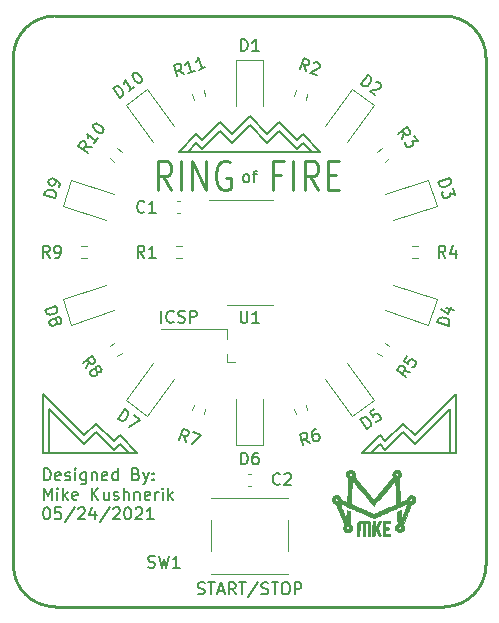
<source format=gbr>
G04 #@! TF.GenerationSoftware,KiCad,Pcbnew,(5.1.8)-1*
G04 #@! TF.CreationDate,2021-05-24T17:48:50-05:00*
G04 #@! TF.ProjectId,PIC16_Ring_of_Fire_Game,50494331-365f-4526-996e-675f6f665f46,1A*
G04 #@! TF.SameCoordinates,Original*
G04 #@! TF.FileFunction,Legend,Top*
G04 #@! TF.FilePolarity,Positive*
%FSLAX46Y46*%
G04 Gerber Fmt 4.6, Leading zero omitted, Abs format (unit mm)*
G04 Created by KiCad (PCBNEW (5.1.8)-1) date 2021-05-24 17:48:50*
%MOMM*%
%LPD*%
G01*
G04 APERTURE LIST*
%ADD10C,0.150000*%
%ADD11C,0.250000*%
%ADD12C,0.120000*%
G04 #@! TA.AperFunction,Profile*
%ADD13C,0.254000*%
G04 #@! TD*
%ADD14C,0.010000*%
G04 APERTURE END LIST*
D10*
X117000000Y-112000000D02*
X117000000Y-108250000D01*
X114000000Y-111250000D02*
X117000000Y-108250000D01*
X113000000Y-110250000D02*
X114000000Y-111250000D01*
X111500000Y-111750000D02*
X113000000Y-110250000D01*
X117500000Y-112000000D02*
X117500000Y-107000000D01*
X114000000Y-110500000D02*
X117500000Y-107000000D01*
X113000000Y-109500000D02*
X114000000Y-110500000D01*
X111500000Y-111000000D02*
X113000000Y-109500000D01*
X111000000Y-110500000D02*
X111500000Y-111000000D01*
X111000000Y-111250000D02*
X111500000Y-111750000D01*
X109500000Y-112000000D02*
X111000000Y-110500000D01*
X110250000Y-112000000D02*
X111000000Y-111250000D01*
X109500000Y-112000000D02*
X117500000Y-112000000D01*
X82500000Y-112000000D02*
X82500000Y-107000000D01*
X86000000Y-111250000D02*
X83000000Y-108250000D01*
X83000000Y-112000000D02*
X83000000Y-108250000D01*
X86000000Y-110500000D02*
X82500000Y-107000000D01*
X90500000Y-112000000D02*
X82500000Y-112000000D01*
X89000000Y-110500000D02*
X88500000Y-111000000D01*
X90500000Y-112000000D02*
X89000000Y-110500000D01*
X88500000Y-111000000D02*
X87000000Y-109500000D01*
X89750000Y-112000000D02*
X89000000Y-111250000D01*
X89000000Y-111250000D02*
X88500000Y-111750000D01*
X88500000Y-111750000D02*
X87000000Y-110250000D01*
X87000000Y-110250000D02*
X86000000Y-111250000D01*
X87000000Y-109500000D02*
X86000000Y-110500000D01*
X105250000Y-86500000D02*
X104500000Y-85750000D01*
X104500000Y-85750000D02*
X104000000Y-86250000D01*
X104000000Y-86250000D02*
X102500000Y-84750000D01*
X102500000Y-84750000D02*
X101500000Y-85750000D01*
X100000000Y-84250000D02*
X101500000Y-85750000D01*
X100000000Y-84250000D02*
X98500000Y-85750000D01*
X100000000Y-83500000D02*
X98500000Y-85000000D01*
X97500000Y-84750000D02*
X98500000Y-85750000D01*
X96000000Y-86250000D02*
X97500000Y-84750000D01*
X95500000Y-85750000D02*
X96000000Y-86250000D01*
X94000000Y-86500000D02*
X95500000Y-85000000D01*
X106000000Y-86500000D02*
X104500000Y-85000000D01*
X104500000Y-85000000D02*
X104000000Y-85500000D01*
X104000000Y-85500000D02*
X102500000Y-84000000D01*
X102500000Y-84000000D02*
X101500000Y-85000000D01*
X100000000Y-83500000D02*
X101500000Y-85000000D01*
X97500000Y-84000000D02*
X98500000Y-85000000D01*
X96000000Y-85500000D02*
X97500000Y-84000000D01*
X95500000Y-85000000D02*
X96000000Y-85500000D01*
X94750000Y-86500000D02*
X95500000Y-85750000D01*
X94000000Y-86500000D02*
X106000000Y-86500000D01*
X82585595Y-114302380D02*
X82585595Y-113302380D01*
X82823690Y-113302380D01*
X82966547Y-113350000D01*
X83061785Y-113445238D01*
X83109404Y-113540476D01*
X83157023Y-113730952D01*
X83157023Y-113873809D01*
X83109404Y-114064285D01*
X83061785Y-114159523D01*
X82966547Y-114254761D01*
X82823690Y-114302380D01*
X82585595Y-114302380D01*
X83966547Y-114254761D02*
X83871309Y-114302380D01*
X83680833Y-114302380D01*
X83585595Y-114254761D01*
X83537976Y-114159523D01*
X83537976Y-113778571D01*
X83585595Y-113683333D01*
X83680833Y-113635714D01*
X83871309Y-113635714D01*
X83966547Y-113683333D01*
X84014166Y-113778571D01*
X84014166Y-113873809D01*
X83537976Y-113969047D01*
X84395119Y-114254761D02*
X84490357Y-114302380D01*
X84680833Y-114302380D01*
X84776071Y-114254761D01*
X84823690Y-114159523D01*
X84823690Y-114111904D01*
X84776071Y-114016666D01*
X84680833Y-113969047D01*
X84537976Y-113969047D01*
X84442738Y-113921428D01*
X84395119Y-113826190D01*
X84395119Y-113778571D01*
X84442738Y-113683333D01*
X84537976Y-113635714D01*
X84680833Y-113635714D01*
X84776071Y-113683333D01*
X85252261Y-114302380D02*
X85252261Y-113635714D01*
X85252261Y-113302380D02*
X85204642Y-113350000D01*
X85252261Y-113397619D01*
X85299880Y-113350000D01*
X85252261Y-113302380D01*
X85252261Y-113397619D01*
X86157023Y-113635714D02*
X86157023Y-114445238D01*
X86109404Y-114540476D01*
X86061785Y-114588095D01*
X85966547Y-114635714D01*
X85823690Y-114635714D01*
X85728452Y-114588095D01*
X86157023Y-114254761D02*
X86061785Y-114302380D01*
X85871309Y-114302380D01*
X85776071Y-114254761D01*
X85728452Y-114207142D01*
X85680833Y-114111904D01*
X85680833Y-113826190D01*
X85728452Y-113730952D01*
X85776071Y-113683333D01*
X85871309Y-113635714D01*
X86061785Y-113635714D01*
X86157023Y-113683333D01*
X86633214Y-113635714D02*
X86633214Y-114302380D01*
X86633214Y-113730952D02*
X86680833Y-113683333D01*
X86776071Y-113635714D01*
X86918928Y-113635714D01*
X87014166Y-113683333D01*
X87061785Y-113778571D01*
X87061785Y-114302380D01*
X87918928Y-114254761D02*
X87823690Y-114302380D01*
X87633214Y-114302380D01*
X87537976Y-114254761D01*
X87490357Y-114159523D01*
X87490357Y-113778571D01*
X87537976Y-113683333D01*
X87633214Y-113635714D01*
X87823690Y-113635714D01*
X87918928Y-113683333D01*
X87966547Y-113778571D01*
X87966547Y-113873809D01*
X87490357Y-113969047D01*
X88823690Y-114302380D02*
X88823690Y-113302380D01*
X88823690Y-114254761D02*
X88728452Y-114302380D01*
X88537976Y-114302380D01*
X88442738Y-114254761D01*
X88395119Y-114207142D01*
X88347500Y-114111904D01*
X88347500Y-113826190D01*
X88395119Y-113730952D01*
X88442738Y-113683333D01*
X88537976Y-113635714D01*
X88728452Y-113635714D01*
X88823690Y-113683333D01*
X90395119Y-113778571D02*
X90537976Y-113826190D01*
X90585595Y-113873809D01*
X90633214Y-113969047D01*
X90633214Y-114111904D01*
X90585595Y-114207142D01*
X90537976Y-114254761D01*
X90442738Y-114302380D01*
X90061785Y-114302380D01*
X90061785Y-113302380D01*
X90395119Y-113302380D01*
X90490357Y-113350000D01*
X90537976Y-113397619D01*
X90585595Y-113492857D01*
X90585595Y-113588095D01*
X90537976Y-113683333D01*
X90490357Y-113730952D01*
X90395119Y-113778571D01*
X90061785Y-113778571D01*
X90966547Y-113635714D02*
X91204642Y-114302380D01*
X91442738Y-113635714D02*
X91204642Y-114302380D01*
X91109404Y-114540476D01*
X91061785Y-114588095D01*
X90966547Y-114635714D01*
X91823690Y-114207142D02*
X91871309Y-114254761D01*
X91823690Y-114302380D01*
X91776071Y-114254761D01*
X91823690Y-114207142D01*
X91823690Y-114302380D01*
X91823690Y-113683333D02*
X91871309Y-113730952D01*
X91823690Y-113778571D01*
X91776071Y-113730952D01*
X91823690Y-113683333D01*
X91823690Y-113778571D01*
X82585595Y-115952380D02*
X82585595Y-114952380D01*
X82918928Y-115666666D01*
X83252261Y-114952380D01*
X83252261Y-115952380D01*
X83728452Y-115952380D02*
X83728452Y-115285714D01*
X83728452Y-114952380D02*
X83680833Y-115000000D01*
X83728452Y-115047619D01*
X83776071Y-115000000D01*
X83728452Y-114952380D01*
X83728452Y-115047619D01*
X84204642Y-115952380D02*
X84204642Y-114952380D01*
X84299880Y-115571428D02*
X84585595Y-115952380D01*
X84585595Y-115285714D02*
X84204642Y-115666666D01*
X85395119Y-115904761D02*
X85299880Y-115952380D01*
X85109404Y-115952380D01*
X85014166Y-115904761D01*
X84966547Y-115809523D01*
X84966547Y-115428571D01*
X85014166Y-115333333D01*
X85109404Y-115285714D01*
X85299880Y-115285714D01*
X85395119Y-115333333D01*
X85442738Y-115428571D01*
X85442738Y-115523809D01*
X84966547Y-115619047D01*
X86633214Y-115952380D02*
X86633214Y-114952380D01*
X87204642Y-115952380D02*
X86776071Y-115380952D01*
X87204642Y-114952380D02*
X86633214Y-115523809D01*
X88061785Y-115285714D02*
X88061785Y-115952380D01*
X87633214Y-115285714D02*
X87633214Y-115809523D01*
X87680833Y-115904761D01*
X87776071Y-115952380D01*
X87918928Y-115952380D01*
X88014166Y-115904761D01*
X88061785Y-115857142D01*
X88490357Y-115904761D02*
X88585595Y-115952380D01*
X88776071Y-115952380D01*
X88871309Y-115904761D01*
X88918928Y-115809523D01*
X88918928Y-115761904D01*
X88871309Y-115666666D01*
X88776071Y-115619047D01*
X88633214Y-115619047D01*
X88537976Y-115571428D01*
X88490357Y-115476190D01*
X88490357Y-115428571D01*
X88537976Y-115333333D01*
X88633214Y-115285714D01*
X88776071Y-115285714D01*
X88871309Y-115333333D01*
X89347500Y-115952380D02*
X89347500Y-114952380D01*
X89776071Y-115952380D02*
X89776071Y-115428571D01*
X89728452Y-115333333D01*
X89633214Y-115285714D01*
X89490357Y-115285714D01*
X89395119Y-115333333D01*
X89347500Y-115380952D01*
X90252261Y-115285714D02*
X90252261Y-115952380D01*
X90252261Y-115380952D02*
X90299880Y-115333333D01*
X90395119Y-115285714D01*
X90537976Y-115285714D01*
X90633214Y-115333333D01*
X90680833Y-115428571D01*
X90680833Y-115952380D01*
X91537976Y-115904761D02*
X91442738Y-115952380D01*
X91252261Y-115952380D01*
X91157023Y-115904761D01*
X91109404Y-115809523D01*
X91109404Y-115428571D01*
X91157023Y-115333333D01*
X91252261Y-115285714D01*
X91442738Y-115285714D01*
X91537976Y-115333333D01*
X91585595Y-115428571D01*
X91585595Y-115523809D01*
X91109404Y-115619047D01*
X92014166Y-115952380D02*
X92014166Y-115285714D01*
X92014166Y-115476190D02*
X92061785Y-115380952D01*
X92109404Y-115333333D01*
X92204642Y-115285714D01*
X92299880Y-115285714D01*
X92633214Y-115952380D02*
X92633214Y-115285714D01*
X92633214Y-114952380D02*
X92585595Y-115000000D01*
X92633214Y-115047619D01*
X92680833Y-115000000D01*
X92633214Y-114952380D01*
X92633214Y-115047619D01*
X93109404Y-115952380D02*
X93109404Y-114952380D01*
X93204642Y-115571428D02*
X93490357Y-115952380D01*
X93490357Y-115285714D02*
X93109404Y-115666666D01*
X82776071Y-116602380D02*
X82871309Y-116602380D01*
X82966547Y-116650000D01*
X83014166Y-116697619D01*
X83061785Y-116792857D01*
X83109404Y-116983333D01*
X83109404Y-117221428D01*
X83061785Y-117411904D01*
X83014166Y-117507142D01*
X82966547Y-117554761D01*
X82871309Y-117602380D01*
X82776071Y-117602380D01*
X82680833Y-117554761D01*
X82633214Y-117507142D01*
X82585595Y-117411904D01*
X82537976Y-117221428D01*
X82537976Y-116983333D01*
X82585595Y-116792857D01*
X82633214Y-116697619D01*
X82680833Y-116650000D01*
X82776071Y-116602380D01*
X84014166Y-116602380D02*
X83537976Y-116602380D01*
X83490357Y-117078571D01*
X83537976Y-117030952D01*
X83633214Y-116983333D01*
X83871309Y-116983333D01*
X83966547Y-117030952D01*
X84014166Y-117078571D01*
X84061785Y-117173809D01*
X84061785Y-117411904D01*
X84014166Y-117507142D01*
X83966547Y-117554761D01*
X83871309Y-117602380D01*
X83633214Y-117602380D01*
X83537976Y-117554761D01*
X83490357Y-117507142D01*
X85204642Y-116554761D02*
X84347500Y-117840476D01*
X85490357Y-116697619D02*
X85537976Y-116650000D01*
X85633214Y-116602380D01*
X85871309Y-116602380D01*
X85966547Y-116650000D01*
X86014166Y-116697619D01*
X86061785Y-116792857D01*
X86061785Y-116888095D01*
X86014166Y-117030952D01*
X85442738Y-117602380D01*
X86061785Y-117602380D01*
X86918928Y-116935714D02*
X86918928Y-117602380D01*
X86680833Y-116554761D02*
X86442738Y-117269047D01*
X87061785Y-117269047D01*
X88157023Y-116554761D02*
X87299880Y-117840476D01*
X88442738Y-116697619D02*
X88490357Y-116650000D01*
X88585595Y-116602380D01*
X88823690Y-116602380D01*
X88918928Y-116650000D01*
X88966547Y-116697619D01*
X89014166Y-116792857D01*
X89014166Y-116888095D01*
X88966547Y-117030952D01*
X88395119Y-117602380D01*
X89014166Y-117602380D01*
X89633214Y-116602380D02*
X89728452Y-116602380D01*
X89823690Y-116650000D01*
X89871309Y-116697619D01*
X89918928Y-116792857D01*
X89966547Y-116983333D01*
X89966547Y-117221428D01*
X89918928Y-117411904D01*
X89871309Y-117507142D01*
X89823690Y-117554761D01*
X89728452Y-117602380D01*
X89633214Y-117602380D01*
X89537976Y-117554761D01*
X89490357Y-117507142D01*
X89442738Y-117411904D01*
X89395119Y-117221428D01*
X89395119Y-116983333D01*
X89442738Y-116792857D01*
X89490357Y-116697619D01*
X89537976Y-116650000D01*
X89633214Y-116602380D01*
X90347500Y-116697619D02*
X90395119Y-116650000D01*
X90490357Y-116602380D01*
X90728452Y-116602380D01*
X90823690Y-116650000D01*
X90871309Y-116697619D01*
X90918928Y-116792857D01*
X90918928Y-116888095D01*
X90871309Y-117030952D01*
X90299880Y-117602380D01*
X90918928Y-117602380D01*
X91871309Y-117602380D02*
X91299880Y-117602380D01*
X91585595Y-117602380D02*
X91585595Y-116602380D01*
X91490357Y-116745238D01*
X91395119Y-116840476D01*
X91299880Y-116888095D01*
X99642857Y-89077380D02*
X99547619Y-89029761D01*
X99500000Y-88982142D01*
X99452380Y-88886904D01*
X99452380Y-88601190D01*
X99500000Y-88505952D01*
X99547619Y-88458333D01*
X99642857Y-88410714D01*
X99785714Y-88410714D01*
X99880952Y-88458333D01*
X99928571Y-88505952D01*
X99976190Y-88601190D01*
X99976190Y-88886904D01*
X99928571Y-88982142D01*
X99880952Y-89029761D01*
X99785714Y-89077380D01*
X99642857Y-89077380D01*
X100261904Y-88410714D02*
X100642857Y-88410714D01*
X100404761Y-89077380D02*
X100404761Y-88220238D01*
X100452380Y-88125000D01*
X100547619Y-88077380D01*
X100642857Y-88077380D01*
D11*
X102654761Y-88446428D02*
X101988095Y-88446428D01*
X101988095Y-89755952D02*
X101988095Y-87255952D01*
X102940476Y-87255952D01*
X103702380Y-89755952D02*
X103702380Y-87255952D01*
X105797619Y-89755952D02*
X105130952Y-88565476D01*
X104654761Y-89755952D02*
X104654761Y-87255952D01*
X105416666Y-87255952D01*
X105607142Y-87375000D01*
X105702380Y-87494047D01*
X105797619Y-87732142D01*
X105797619Y-88089285D01*
X105702380Y-88327380D01*
X105607142Y-88446428D01*
X105416666Y-88565476D01*
X104654761Y-88565476D01*
X106654761Y-88446428D02*
X107321428Y-88446428D01*
X107607142Y-89755952D02*
X106654761Y-89755952D01*
X106654761Y-87255952D01*
X107607142Y-87255952D01*
D12*
X98100000Y-101500000D02*
X98100000Y-102365000D01*
X98100000Y-101500000D02*
X92500000Y-101500000D01*
D11*
X93345238Y-89755952D02*
X92678571Y-88565476D01*
X92202380Y-89755952D02*
X92202380Y-87255952D01*
X92964285Y-87255952D01*
X93154761Y-87375000D01*
X93250000Y-87494047D01*
X93345238Y-87732142D01*
X93345238Y-88089285D01*
X93250000Y-88327380D01*
X93154761Y-88446428D01*
X92964285Y-88565476D01*
X92202380Y-88565476D01*
X94202380Y-89755952D02*
X94202380Y-87255952D01*
X95154761Y-89755952D02*
X95154761Y-87255952D01*
X96297619Y-89755952D01*
X96297619Y-87255952D01*
X98297619Y-87375000D02*
X98107142Y-87255952D01*
X97821428Y-87255952D01*
X97535714Y-87375000D01*
X97345238Y-87613095D01*
X97250000Y-87851190D01*
X97154761Y-88327380D01*
X97154761Y-88684523D01*
X97250000Y-89160714D01*
X97345238Y-89398809D01*
X97535714Y-89636904D01*
X97821428Y-89755952D01*
X98011904Y-89755952D01*
X98297619Y-89636904D01*
X98392857Y-89517857D01*
X98392857Y-88684523D01*
X98011904Y-88684523D01*
D10*
X92523809Y-100952380D02*
X92523809Y-99952380D01*
X93571428Y-100857142D02*
X93523809Y-100904761D01*
X93380952Y-100952380D01*
X93285714Y-100952380D01*
X93142857Y-100904761D01*
X93047619Y-100809523D01*
X93000000Y-100714285D01*
X92952380Y-100523809D01*
X92952380Y-100380952D01*
X93000000Y-100190476D01*
X93047619Y-100095238D01*
X93142857Y-100000000D01*
X93285714Y-99952380D01*
X93380952Y-99952380D01*
X93523809Y-100000000D01*
X93571428Y-100047619D01*
X93952380Y-100904761D02*
X94095238Y-100952380D01*
X94333333Y-100952380D01*
X94428571Y-100904761D01*
X94476190Y-100857142D01*
X94523809Y-100761904D01*
X94523809Y-100666666D01*
X94476190Y-100571428D01*
X94428571Y-100523809D01*
X94333333Y-100476190D01*
X94142857Y-100428571D01*
X94047619Y-100380952D01*
X94000000Y-100333333D01*
X93952380Y-100238095D01*
X93952380Y-100142857D01*
X94000000Y-100047619D01*
X94047619Y-100000000D01*
X94142857Y-99952380D01*
X94380952Y-99952380D01*
X94523809Y-100000000D01*
X94952380Y-100952380D02*
X94952380Y-99952380D01*
X95333333Y-99952380D01*
X95428571Y-100000000D01*
X95476190Y-100047619D01*
X95523809Y-100142857D01*
X95523809Y-100285714D01*
X95476190Y-100380952D01*
X95428571Y-100428571D01*
X95333333Y-100476190D01*
X94952380Y-100476190D01*
D13*
X83500000Y-125000000D02*
X116500000Y-125000000D01*
X120000000Y-121500000D02*
G75*
G02*
X116500000Y-125000000I-3500000J0D01*
G01*
X120000000Y-78500000D02*
X120000000Y-121500000D01*
X116500000Y-75000000D02*
G75*
G02*
X120000000Y-78500000I0J-3500000D01*
G01*
X83500000Y-75000000D02*
X116500000Y-75000000D01*
X80000000Y-78500000D02*
G75*
G02*
X83500000Y-75000000I3500000J0D01*
G01*
X83500000Y-125000000D02*
G75*
G02*
X80000000Y-121500000I0J3500000D01*
G01*
X80000000Y-78500000D02*
X80000000Y-121500000D01*
D14*
G36*
X109521928Y-117726910D02*
G01*
X109604082Y-117762524D01*
X109630210Y-117780133D01*
X109660191Y-117799680D01*
X109678161Y-117802200D01*
X109688994Y-117793472D01*
X109709790Y-117777817D01*
X109746632Y-117757596D01*
X109775685Y-117744134D01*
X109862754Y-117720350D01*
X109949199Y-117721447D01*
X110030637Y-117745208D01*
X110102685Y-117789419D01*
X110160960Y-117851864D01*
X110201079Y-117930330D01*
X110210666Y-117963946D01*
X110214418Y-117994186D01*
X110217609Y-118046862D01*
X110220233Y-118118016D01*
X110222287Y-118203688D01*
X110223764Y-118299921D01*
X110224661Y-118402755D01*
X110224971Y-118508232D01*
X110224690Y-118612394D01*
X110223813Y-118711281D01*
X110222335Y-118800936D01*
X110220251Y-118877399D01*
X110217556Y-118936712D01*
X110214246Y-118974916D01*
X110211951Y-118986086D01*
X110184632Y-119025198D01*
X110144373Y-119042238D01*
X110097466Y-119034736D01*
X110093097Y-119032755D01*
X110053784Y-119013925D01*
X110040054Y-117975393D01*
X109995216Y-117935345D01*
X109942852Y-117903757D01*
X109887854Y-117895836D01*
X109836367Y-117910555D01*
X109794534Y-117946886D01*
X109779851Y-117971356D01*
X109774093Y-117987084D01*
X109769445Y-118009365D01*
X109765796Y-118040995D01*
X109763034Y-118084768D01*
X109761048Y-118143481D01*
X109759726Y-118219926D01*
X109758957Y-118316901D01*
X109758628Y-118437200D01*
X109758595Y-118503916D01*
X109758595Y-118991683D01*
X109722419Y-119020139D01*
X109692745Y-119039784D01*
X109670193Y-119048563D01*
X109669351Y-119048595D01*
X109647626Y-119040678D01*
X109618019Y-119021489D01*
X109616284Y-119020139D01*
X109580108Y-118991683D01*
X109580108Y-118497727D01*
X109579994Y-118360045D01*
X109579423Y-118247162D01*
X109578055Y-118156419D01*
X109575549Y-118085155D01*
X109571564Y-118030712D01*
X109565759Y-117990429D01*
X109557793Y-117961646D01*
X109547324Y-117941704D01*
X109534012Y-117927943D01*
X109517517Y-117917704D01*
X109504978Y-117911700D01*
X109443176Y-117896191D01*
X109385801Y-117906496D01*
X109350901Y-117928414D01*
X109312379Y-117961531D01*
X109298649Y-118996135D01*
X109266236Y-119022365D01*
X109224250Y-119045424D01*
X109184304Y-119042062D01*
X109152575Y-119022336D01*
X109120162Y-118996076D01*
X109120162Y-118476579D01*
X109120208Y-118343298D01*
X109120443Y-118234618D01*
X109121015Y-118147680D01*
X109122072Y-118079625D01*
X109123762Y-118027593D01*
X109126233Y-117988727D01*
X109129632Y-117960168D01*
X109134107Y-117939055D01*
X109139805Y-117922531D01*
X109146875Y-117907737D01*
X109149851Y-117902162D01*
X109205827Y-117823376D01*
X109275007Y-117765445D01*
X109353406Y-117729383D01*
X109437041Y-117716201D01*
X109521928Y-117726910D01*
G37*
X109521928Y-117726910D02*
X109604082Y-117762524D01*
X109630210Y-117780133D01*
X109660191Y-117799680D01*
X109678161Y-117802200D01*
X109688994Y-117793472D01*
X109709790Y-117777817D01*
X109746632Y-117757596D01*
X109775685Y-117744134D01*
X109862754Y-117720350D01*
X109949199Y-117721447D01*
X110030637Y-117745208D01*
X110102685Y-117789419D01*
X110160960Y-117851864D01*
X110201079Y-117930330D01*
X110210666Y-117963946D01*
X110214418Y-117994186D01*
X110217609Y-118046862D01*
X110220233Y-118118016D01*
X110222287Y-118203688D01*
X110223764Y-118299921D01*
X110224661Y-118402755D01*
X110224971Y-118508232D01*
X110224690Y-118612394D01*
X110223813Y-118711281D01*
X110222335Y-118800936D01*
X110220251Y-118877399D01*
X110217556Y-118936712D01*
X110214246Y-118974916D01*
X110211951Y-118986086D01*
X110184632Y-119025198D01*
X110144373Y-119042238D01*
X110097466Y-119034736D01*
X110093097Y-119032755D01*
X110053784Y-119013925D01*
X110040054Y-117975393D01*
X109995216Y-117935345D01*
X109942852Y-117903757D01*
X109887854Y-117895836D01*
X109836367Y-117910555D01*
X109794534Y-117946886D01*
X109779851Y-117971356D01*
X109774093Y-117987084D01*
X109769445Y-118009365D01*
X109765796Y-118040995D01*
X109763034Y-118084768D01*
X109761048Y-118143481D01*
X109759726Y-118219926D01*
X109758957Y-118316901D01*
X109758628Y-118437200D01*
X109758595Y-118503916D01*
X109758595Y-118991683D01*
X109722419Y-119020139D01*
X109692745Y-119039784D01*
X109670193Y-119048563D01*
X109669351Y-119048595D01*
X109647626Y-119040678D01*
X109618019Y-119021489D01*
X109616284Y-119020139D01*
X109580108Y-118991683D01*
X109580108Y-118497727D01*
X109579994Y-118360045D01*
X109579423Y-118247162D01*
X109578055Y-118156419D01*
X109575549Y-118085155D01*
X109571564Y-118030712D01*
X109565759Y-117990429D01*
X109557793Y-117961646D01*
X109547324Y-117941704D01*
X109534012Y-117927943D01*
X109517517Y-117917704D01*
X109504978Y-117911700D01*
X109443176Y-117896191D01*
X109385801Y-117906496D01*
X109350901Y-117928414D01*
X109312379Y-117961531D01*
X109298649Y-118996135D01*
X109266236Y-119022365D01*
X109224250Y-119045424D01*
X109184304Y-119042062D01*
X109152575Y-119022336D01*
X109120162Y-118996076D01*
X109120162Y-118476579D01*
X109120208Y-118343298D01*
X109120443Y-118234618D01*
X109121015Y-118147680D01*
X109122072Y-118079625D01*
X109123762Y-118027593D01*
X109126233Y-117988727D01*
X109129632Y-117960168D01*
X109134107Y-117939055D01*
X109139805Y-117922531D01*
X109146875Y-117907737D01*
X109149851Y-117902162D01*
X109205827Y-117823376D01*
X109275007Y-117765445D01*
X109353406Y-117729383D01*
X109437041Y-117716201D01*
X109521928Y-117726910D01*
G36*
X110549908Y-117732857D02*
G01*
X110559656Y-117741919D01*
X110568055Y-117754816D01*
X110574145Y-117774849D01*
X110578273Y-117806087D01*
X110580789Y-117852599D01*
X110582041Y-117918454D01*
X110582379Y-118007025D01*
X110582975Y-118104491D01*
X110585285Y-118177703D01*
X110590085Y-118229852D01*
X110598156Y-118264126D01*
X110610277Y-118283716D01*
X110627225Y-118291812D01*
X110649780Y-118291603D01*
X110651796Y-118291331D01*
X110664173Y-118287013D01*
X110677231Y-118275590D01*
X110692697Y-118254012D01*
X110712300Y-118219235D01*
X110737764Y-118168210D01*
X110770819Y-118097890D01*
X110810115Y-118012000D01*
X110852473Y-117919627D01*
X110885751Y-117849419D01*
X110911671Y-117798299D01*
X110931956Y-117763188D01*
X110948329Y-117741006D01*
X110962512Y-117728675D01*
X110970886Y-117724652D01*
X111016455Y-117720428D01*
X111056468Y-117737152D01*
X111082181Y-117770643D01*
X111084874Y-117779128D01*
X111085300Y-117797560D01*
X111078791Y-117826602D01*
X111064278Y-117869132D01*
X111040691Y-117928030D01*
X111006959Y-118006173D01*
X110968550Y-118092002D01*
X110932148Y-118172933D01*
X110899904Y-118245461D01*
X110873442Y-118305858D01*
X110854389Y-118350399D01*
X110844371Y-118375357D01*
X110843243Y-118379206D01*
X110848653Y-118394162D01*
X110863795Y-118430364D01*
X110887038Y-118484062D01*
X110916751Y-118551502D01*
X110951303Y-118628935D01*
X110966811Y-118663413D01*
X111003102Y-118745111D01*
X111035180Y-118819619D01*
X111061384Y-118882890D01*
X111080054Y-118930880D01*
X111089532Y-118959545D01*
X111090379Y-118964591D01*
X111079507Y-118991331D01*
X111053447Y-119020246D01*
X111022027Y-119042193D01*
X111000049Y-119048595D01*
X110977823Y-119041659D01*
X110953215Y-119019408D01*
X110924855Y-118979674D01*
X110891375Y-118920290D01*
X110851406Y-118839090D01*
X110809187Y-118746541D01*
X110764093Y-118646534D01*
X110727782Y-118569922D01*
X110698640Y-118514681D01*
X110675058Y-118478789D01*
X110655422Y-118460224D01*
X110638121Y-118456963D01*
X110621544Y-118466984D01*
X110604079Y-118488264D01*
X110603752Y-118488731D01*
X110595601Y-118505333D01*
X110589727Y-118531007D01*
X110585804Y-118569812D01*
X110583503Y-118625805D01*
X110582498Y-118703043D01*
X110582379Y-118753836D01*
X110581935Y-118846981D01*
X110579982Y-118916459D01*
X110575580Y-118966056D01*
X110567794Y-118999559D01*
X110555685Y-119020754D01*
X110538318Y-119033427D01*
X110514754Y-119041364D01*
X110510988Y-119042293D01*
X110478531Y-119043338D01*
X110448681Y-119025463D01*
X110438907Y-119016209D01*
X110403892Y-118981194D01*
X110403892Y-118385178D01*
X110403927Y-118241640D01*
X110404109Y-118123005D01*
X110404553Y-118026718D01*
X110405375Y-117950223D01*
X110406688Y-117890965D01*
X110408608Y-117846388D01*
X110411251Y-117813937D01*
X110414731Y-117791055D01*
X110419163Y-117775187D01*
X110424662Y-117763777D01*
X110431344Y-117754270D01*
X110432348Y-117752987D01*
X110468840Y-117724404D01*
X110510931Y-117717441D01*
X110549908Y-117732857D01*
G37*
X110549908Y-117732857D02*
X110559656Y-117741919D01*
X110568055Y-117754816D01*
X110574145Y-117774849D01*
X110578273Y-117806087D01*
X110580789Y-117852599D01*
X110582041Y-117918454D01*
X110582379Y-118007025D01*
X110582975Y-118104491D01*
X110585285Y-118177703D01*
X110590085Y-118229852D01*
X110598156Y-118264126D01*
X110610277Y-118283716D01*
X110627225Y-118291812D01*
X110649780Y-118291603D01*
X110651796Y-118291331D01*
X110664173Y-118287013D01*
X110677231Y-118275590D01*
X110692697Y-118254012D01*
X110712300Y-118219235D01*
X110737764Y-118168210D01*
X110770819Y-118097890D01*
X110810115Y-118012000D01*
X110852473Y-117919627D01*
X110885751Y-117849419D01*
X110911671Y-117798299D01*
X110931956Y-117763188D01*
X110948329Y-117741006D01*
X110962512Y-117728675D01*
X110970886Y-117724652D01*
X111016455Y-117720428D01*
X111056468Y-117737152D01*
X111082181Y-117770643D01*
X111084874Y-117779128D01*
X111085300Y-117797560D01*
X111078791Y-117826602D01*
X111064278Y-117869132D01*
X111040691Y-117928030D01*
X111006959Y-118006173D01*
X110968550Y-118092002D01*
X110932148Y-118172933D01*
X110899904Y-118245461D01*
X110873442Y-118305858D01*
X110854389Y-118350399D01*
X110844371Y-118375357D01*
X110843243Y-118379206D01*
X110848653Y-118394162D01*
X110863795Y-118430364D01*
X110887038Y-118484062D01*
X110916751Y-118551502D01*
X110951303Y-118628935D01*
X110966811Y-118663413D01*
X111003102Y-118745111D01*
X111035180Y-118819619D01*
X111061384Y-118882890D01*
X111080054Y-118930880D01*
X111089532Y-118959545D01*
X111090379Y-118964591D01*
X111079507Y-118991331D01*
X111053447Y-119020246D01*
X111022027Y-119042193D01*
X111000049Y-119048595D01*
X110977823Y-119041659D01*
X110953215Y-119019408D01*
X110924855Y-118979674D01*
X110891375Y-118920290D01*
X110851406Y-118839090D01*
X110809187Y-118746541D01*
X110764093Y-118646534D01*
X110727782Y-118569922D01*
X110698640Y-118514681D01*
X110675058Y-118478789D01*
X110655422Y-118460224D01*
X110638121Y-118456963D01*
X110621544Y-118466984D01*
X110604079Y-118488264D01*
X110603752Y-118488731D01*
X110595601Y-118505333D01*
X110589727Y-118531007D01*
X110585804Y-118569812D01*
X110583503Y-118625805D01*
X110582498Y-118703043D01*
X110582379Y-118753836D01*
X110581935Y-118846981D01*
X110579982Y-118916459D01*
X110575580Y-118966056D01*
X110567794Y-118999559D01*
X110555685Y-119020754D01*
X110538318Y-119033427D01*
X110514754Y-119041364D01*
X110510988Y-119042293D01*
X110478531Y-119043338D01*
X110448681Y-119025463D01*
X110438907Y-119016209D01*
X110403892Y-118981194D01*
X110403892Y-118385178D01*
X110403927Y-118241640D01*
X110404109Y-118123005D01*
X110404553Y-118026718D01*
X110405375Y-117950223D01*
X110406688Y-117890965D01*
X110408608Y-117846388D01*
X110411251Y-117813937D01*
X110414731Y-117791055D01*
X110419163Y-117775187D01*
X110424662Y-117763777D01*
X110431344Y-117754270D01*
X110432348Y-117752987D01*
X110468840Y-117724404D01*
X110510931Y-117717441D01*
X110549908Y-117732857D01*
G36*
X111671969Y-117717032D02*
G01*
X111740244Y-117717925D01*
X111788925Y-117719840D01*
X111821945Y-117723124D01*
X111843237Y-117728125D01*
X111856731Y-117735190D01*
X111863980Y-117741919D01*
X111883875Y-117782344D01*
X111882115Y-117828046D01*
X111859243Y-117867838D01*
X111845894Y-117878835D01*
X111828378Y-117886451D01*
X111801826Y-117891296D01*
X111761368Y-117893978D01*
X111702133Y-117895105D01*
X111639568Y-117895297D01*
X111447351Y-117895297D01*
X111447351Y-118086045D01*
X111447781Y-118163606D01*
X111449375Y-118217923D01*
X111452592Y-118253200D01*
X111457892Y-118273643D01*
X111465733Y-118283459D01*
X111469069Y-118285126D01*
X111491602Y-118288705D01*
X111534421Y-118291515D01*
X111590355Y-118293174D01*
X111626182Y-118293460D01*
X111688988Y-118293957D01*
X111730242Y-118296216D01*
X111755844Y-118301385D01*
X111771696Y-118310611D01*
X111782951Y-118323974D01*
X111802260Y-118366625D01*
X111795496Y-118405840D01*
X111770624Y-118438246D01*
X111753642Y-118453362D01*
X111734958Y-118463131D01*
X111708445Y-118468712D01*
X111667975Y-118471261D01*
X111607421Y-118471935D01*
X111592138Y-118471946D01*
X111447351Y-118471946D01*
X111447351Y-118854303D01*
X111638170Y-118858773D01*
X111716384Y-118861059D01*
X111772005Y-118864099D01*
X111809898Y-118868571D01*
X111834931Y-118875153D01*
X111851968Y-118884525D01*
X111857846Y-118889398D01*
X111879532Y-118921408D01*
X111886493Y-118951182D01*
X111883611Y-118982876D01*
X111873242Y-119006951D01*
X111852164Y-119024412D01*
X111817155Y-119036263D01*
X111764996Y-119043507D01*
X111692465Y-119047148D01*
X111596340Y-119048190D01*
X111575254Y-119048177D01*
X111478285Y-119047016D01*
X111401678Y-119044011D01*
X111347699Y-119039302D01*
X111318610Y-119033029D01*
X111316919Y-119032188D01*
X111290552Y-119013442D01*
X111279373Y-119001714D01*
X111277275Y-118985280D01*
X111275316Y-118944230D01*
X111273542Y-118881405D01*
X111272000Y-118799649D01*
X111270735Y-118701804D01*
X111269796Y-118590712D01*
X111269229Y-118469217D01*
X111269075Y-118374533D01*
X111269079Y-118228531D01*
X111269265Y-118107533D01*
X111269730Y-118009083D01*
X111270568Y-117930727D01*
X111271877Y-117870010D01*
X111273754Y-117824475D01*
X111276293Y-117791669D01*
X111279592Y-117769135D01*
X111283747Y-117754419D01*
X111288854Y-117745065D01*
X111293973Y-117739533D01*
X111306299Y-117731457D01*
X111325436Y-117725509D01*
X111355267Y-117721382D01*
X111399674Y-117718766D01*
X111462536Y-117717354D01*
X111547737Y-117716837D01*
X111580169Y-117716811D01*
X111671969Y-117717032D01*
G37*
X111671969Y-117717032D02*
X111740244Y-117717925D01*
X111788925Y-117719840D01*
X111821945Y-117723124D01*
X111843237Y-117728125D01*
X111856731Y-117735190D01*
X111863980Y-117741919D01*
X111883875Y-117782344D01*
X111882115Y-117828046D01*
X111859243Y-117867838D01*
X111845894Y-117878835D01*
X111828378Y-117886451D01*
X111801826Y-117891296D01*
X111761368Y-117893978D01*
X111702133Y-117895105D01*
X111639568Y-117895297D01*
X111447351Y-117895297D01*
X111447351Y-118086045D01*
X111447781Y-118163606D01*
X111449375Y-118217923D01*
X111452592Y-118253200D01*
X111457892Y-118273643D01*
X111465733Y-118283459D01*
X111469069Y-118285126D01*
X111491602Y-118288705D01*
X111534421Y-118291515D01*
X111590355Y-118293174D01*
X111626182Y-118293460D01*
X111688988Y-118293957D01*
X111730242Y-118296216D01*
X111755844Y-118301385D01*
X111771696Y-118310611D01*
X111782951Y-118323974D01*
X111802260Y-118366625D01*
X111795496Y-118405840D01*
X111770624Y-118438246D01*
X111753642Y-118453362D01*
X111734958Y-118463131D01*
X111708445Y-118468712D01*
X111667975Y-118471261D01*
X111607421Y-118471935D01*
X111592138Y-118471946D01*
X111447351Y-118471946D01*
X111447351Y-118854303D01*
X111638170Y-118858773D01*
X111716384Y-118861059D01*
X111772005Y-118864099D01*
X111809898Y-118868571D01*
X111834931Y-118875153D01*
X111851968Y-118884525D01*
X111857846Y-118889398D01*
X111879532Y-118921408D01*
X111886493Y-118951182D01*
X111883611Y-118982876D01*
X111873242Y-119006951D01*
X111852164Y-119024412D01*
X111817155Y-119036263D01*
X111764996Y-119043507D01*
X111692465Y-119047148D01*
X111596340Y-119048190D01*
X111575254Y-119048177D01*
X111478285Y-119047016D01*
X111401678Y-119044011D01*
X111347699Y-119039302D01*
X111318610Y-119033029D01*
X111316919Y-119032188D01*
X111290552Y-119013442D01*
X111279373Y-119001714D01*
X111277275Y-118985280D01*
X111275316Y-118944230D01*
X111273542Y-118881405D01*
X111272000Y-118799649D01*
X111270735Y-118701804D01*
X111269796Y-118590712D01*
X111269229Y-118469217D01*
X111269075Y-118374533D01*
X111269079Y-118228531D01*
X111269265Y-118107533D01*
X111269730Y-118009083D01*
X111270568Y-117930727D01*
X111271877Y-117870010D01*
X111273754Y-117824475D01*
X111276293Y-117791669D01*
X111279592Y-117769135D01*
X111283747Y-117754419D01*
X111288854Y-117745065D01*
X111293973Y-117739533D01*
X111306299Y-117731457D01*
X111325436Y-117725509D01*
X111355267Y-117721382D01*
X111399674Y-117718766D01*
X111462536Y-117717354D01*
X111547737Y-117716837D01*
X111580169Y-117716811D01*
X111671969Y-117717032D01*
G36*
X108609044Y-113423563D02*
G01*
X108669608Y-113437612D01*
X108757490Y-113483669D01*
X108828309Y-113548449D01*
X108880239Y-113627828D01*
X108911451Y-113717683D01*
X108920118Y-113813890D01*
X108904412Y-113912326D01*
X108893922Y-113943671D01*
X108878962Y-113987094D01*
X108874985Y-114013719D01*
X108881225Y-114031566D01*
X108885049Y-114036494D01*
X108897083Y-114050614D01*
X108925274Y-114083734D01*
X108967992Y-114133934D01*
X109023603Y-114199298D01*
X109090476Y-114277906D01*
X109166979Y-114367839D01*
X109251480Y-114467181D01*
X109342347Y-114574012D01*
X109422976Y-114668811D01*
X109528531Y-114792868D01*
X109637556Y-114920908D01*
X109747155Y-115049536D01*
X109854430Y-115175356D01*
X109956485Y-115294973D01*
X110050424Y-115404991D01*
X110133351Y-115502014D01*
X110202369Y-115582647D01*
X110221934Y-115605471D01*
X110501252Y-115931157D01*
X111298386Y-115001362D01*
X111416606Y-114863401D01*
X111529948Y-114731002D01*
X111637104Y-114605704D01*
X111736763Y-114489042D01*
X111827618Y-114382552D01*
X111908359Y-114287770D01*
X111977679Y-114206233D01*
X112034268Y-114139478D01*
X112076817Y-114089039D01*
X112104018Y-114056455D01*
X112114423Y-114043475D01*
X112124176Y-114023486D01*
X112124238Y-114000215D01*
X112113865Y-113964730D01*
X112106123Y-113943788D01*
X112082198Y-113845469D01*
X112082794Y-113789194D01*
X112324159Y-113789194D01*
X112328125Y-113842268D01*
X112354403Y-113888998D01*
X112384934Y-113914147D01*
X112440872Y-113937666D01*
X112494200Y-113935814D01*
X112530009Y-113921570D01*
X112570819Y-113887101D01*
X112593683Y-113840021D01*
X112598973Y-113787393D01*
X112587060Y-113736282D01*
X112558319Y-113693751D01*
X112516639Y-113668029D01*
X112466974Y-113654930D01*
X112429514Y-113658123D01*
X112393274Y-113679192D01*
X112383325Y-113687263D01*
X112342545Y-113735588D01*
X112324159Y-113789194D01*
X112082794Y-113789194D01*
X112083230Y-113748074D01*
X112107394Y-113655722D01*
X112152867Y-113572531D01*
X112217823Y-113502618D01*
X112300438Y-113450102D01*
X112330392Y-113437612D01*
X112399869Y-113422505D01*
X112480822Y-113420798D01*
X112561105Y-113431897D01*
X112621767Y-113451884D01*
X112698610Y-113501307D01*
X112763644Y-113569575D01*
X112812720Y-113650353D01*
X112841688Y-113737305D01*
X112847784Y-113796973D01*
X112835274Y-113885099D01*
X112800520Y-113972738D01*
X112747685Y-114051879D01*
X112683832Y-114112413D01*
X112656086Y-114134972D01*
X112642542Y-114156531D01*
X112638789Y-114187721D01*
X112639549Y-114219133D01*
X112643524Y-114310227D01*
X112648575Y-114417037D01*
X112654550Y-114536981D01*
X112661300Y-114667477D01*
X112668673Y-114805943D01*
X112676519Y-114949797D01*
X112684689Y-115096458D01*
X112693031Y-115243342D01*
X112701395Y-115387868D01*
X112709630Y-115527454D01*
X112717587Y-115659518D01*
X112725115Y-115781479D01*
X112732063Y-115890753D01*
X112738280Y-115984760D01*
X112743618Y-116060917D01*
X112747924Y-116116643D01*
X112751049Y-116149354D01*
X112752464Y-116157189D01*
X112768521Y-116155956D01*
X112806288Y-116144228D01*
X112862615Y-116123176D01*
X112934357Y-116093976D01*
X113014377Y-116059555D01*
X113264570Y-115949489D01*
X113266979Y-115940686D01*
X113520551Y-115940686D01*
X113528876Y-115991072D01*
X113556993Y-116036844D01*
X113596054Y-116067037D01*
X113650327Y-116082247D01*
X113707393Y-116073734D01*
X113752426Y-116047821D01*
X113790792Y-115999957D01*
X113804828Y-115944536D01*
X113793274Y-115887316D01*
X113789343Y-115879102D01*
X113759779Y-115837808D01*
X113720133Y-115815547D01*
X113663136Y-115808413D01*
X113657684Y-115808379D01*
X113600585Y-115819532D01*
X113557780Y-115849147D01*
X113530644Y-115891455D01*
X113520551Y-115940686D01*
X113266979Y-115940686D01*
X113287560Y-115865503D01*
X113327254Y-115764707D01*
X113384328Y-115682324D01*
X113455700Y-115619823D01*
X113538292Y-115578671D01*
X113629021Y-115560335D01*
X113724810Y-115566284D01*
X113822576Y-115597984D01*
X113835734Y-115604305D01*
X113920800Y-115659926D01*
X113983044Y-115730584D01*
X114022747Y-115816748D01*
X114040188Y-115918881D01*
X114041092Y-115945676D01*
X114029110Y-116044131D01*
X113993025Y-116133754D01*
X113935733Y-116210709D01*
X113860132Y-116271159D01*
X113769119Y-116311266D01*
X113763888Y-116312760D01*
X113717427Y-116327318D01*
X113688650Y-116343188D01*
X113668374Y-116367347D01*
X113651831Y-116397870D01*
X113641221Y-116421582D01*
X113621409Y-116468405D01*
X113593371Y-116535947D01*
X113558083Y-116621816D01*
X113516522Y-116723618D01*
X113469663Y-116838962D01*
X113418484Y-116965456D01*
X113363960Y-117100706D01*
X113307068Y-117242322D01*
X113301109Y-117257184D01*
X112981737Y-118053827D01*
X113023981Y-118120439D01*
X113067911Y-118212727D01*
X113086813Y-118307526D01*
X113082096Y-118400974D01*
X113055170Y-118489212D01*
X113007444Y-118568376D01*
X112940329Y-118634606D01*
X112855234Y-118684040D01*
X112812613Y-118699428D01*
X112712372Y-118716654D01*
X112616782Y-118706875D01*
X112526632Y-118670274D01*
X112452820Y-118616377D01*
X112388132Y-118545877D01*
X112347779Y-118470193D01*
X112329516Y-118383727D01*
X112329001Y-118307789D01*
X112329064Y-118307193D01*
X112567833Y-118307193D01*
X112568409Y-118359992D01*
X112573717Y-118377111D01*
X112607211Y-118427503D01*
X112654666Y-118459976D01*
X112709318Y-118472178D01*
X112764401Y-118461752D01*
X112785095Y-118450682D01*
X112822392Y-118411586D01*
X112841549Y-118360400D01*
X112842113Y-118305431D01*
X112823633Y-118254987D01*
X112797368Y-118225406D01*
X112752680Y-118204445D01*
X112697727Y-118197569D01*
X112645024Y-118205298D01*
X112618484Y-118217989D01*
X112585612Y-118255996D01*
X112567833Y-118307193D01*
X112329064Y-118307193D01*
X112335212Y-118249144D01*
X112345549Y-118196476D01*
X112357722Y-118160931D01*
X112389307Y-118113581D01*
X112434012Y-118062119D01*
X112481948Y-118017423D01*
X112501541Y-118002686D01*
X112532866Y-117981349D01*
X112504892Y-117476171D01*
X112498654Y-117361326D01*
X112493137Y-117255402D01*
X112488481Y-117161458D01*
X112484827Y-117082553D01*
X112482317Y-117021744D01*
X112481092Y-116982089D01*
X112481294Y-116966648D01*
X112481341Y-116966569D01*
X112496074Y-116958545D01*
X112529262Y-116943144D01*
X112574788Y-116922975D01*
X112626536Y-116900643D01*
X112678393Y-116878756D01*
X112724240Y-116859920D01*
X112757964Y-116846741D01*
X112773449Y-116841828D01*
X112773789Y-116841915D01*
X112775593Y-116856120D01*
X112778655Y-116894154D01*
X112782734Y-116952426D01*
X112787591Y-117027348D01*
X112792985Y-117115329D01*
X112798674Y-117212779D01*
X112798785Y-117214731D01*
X112804529Y-117312419D01*
X112810071Y-117400786D01*
X112815157Y-117476226D01*
X112819532Y-117535129D01*
X112822943Y-117573889D01*
X112825134Y-117588896D01*
X112825159Y-117588925D01*
X112832171Y-117578415D01*
X112848696Y-117543382D01*
X112874291Y-117484892D01*
X112908514Y-117404014D01*
X112950922Y-117301813D01*
X113001073Y-117179359D01*
X113058525Y-117037718D01*
X113122834Y-116877958D01*
X113193559Y-116701146D01*
X113204025Y-116674896D01*
X113243846Y-116574390D01*
X113279896Y-116482240D01*
X113311026Y-116401480D01*
X113336084Y-116335145D01*
X113353919Y-116286269D01*
X113363380Y-116257886D01*
X113364508Y-116251878D01*
X113351547Y-116256340D01*
X113316181Y-116270621D01*
X113261166Y-116293531D01*
X113189254Y-116323881D01*
X113103200Y-116360484D01*
X113005757Y-116402151D01*
X112899679Y-116447694D01*
X112787720Y-116495924D01*
X112672633Y-116545653D01*
X112557171Y-116595693D01*
X112444090Y-116644855D01*
X112336141Y-116691951D01*
X112236080Y-116735793D01*
X112146660Y-116775192D01*
X112070634Y-116808959D01*
X112010756Y-116835908D01*
X112003406Y-116839258D01*
X111975986Y-116851528D01*
X111926442Y-116873439D01*
X111857816Y-116903658D01*
X111773156Y-116940853D01*
X111675506Y-116983689D01*
X111567911Y-117030835D01*
X111453418Y-117080957D01*
X111335071Y-117132722D01*
X111215916Y-117184798D01*
X111098998Y-117235851D01*
X110987363Y-117284547D01*
X110884055Y-117329555D01*
X110792122Y-117369542D01*
X110764192Y-117381671D01*
X110499790Y-117496445D01*
X110043382Y-117296068D01*
X109928002Y-117245452D01*
X109811340Y-117194343D01*
X109698068Y-117144783D01*
X109592859Y-117098815D01*
X109500385Y-117058481D01*
X109425321Y-117025822D01*
X109387892Y-117009598D01*
X109336105Y-116987116D01*
X109262454Y-116955016D01*
X109170210Y-116914732D01*
X109062648Y-116867694D01*
X108943041Y-116815335D01*
X108814661Y-116759088D01*
X108680781Y-116700385D01*
X108544675Y-116640658D01*
X108509189Y-116625078D01*
X108339498Y-116550591D01*
X108193206Y-116486446D01*
X108068584Y-116431908D01*
X107963906Y-116386243D01*
X107877444Y-116348714D01*
X107807470Y-116318587D01*
X107752257Y-116295127D01*
X107710076Y-116277600D01*
X107679202Y-116265269D01*
X107657905Y-116257400D01*
X107644458Y-116253259D01*
X107637135Y-116252110D01*
X107634444Y-116252926D01*
X107638313Y-116266354D01*
X107651497Y-116302765D01*
X107673032Y-116359681D01*
X107701955Y-116434622D01*
X107737302Y-116525108D01*
X107778109Y-116628659D01*
X107823412Y-116742798D01*
X107872248Y-116865043D01*
X107875963Y-116874313D01*
X107937669Y-117028219D01*
X107989957Y-117158572D01*
X108033629Y-117267303D01*
X108069490Y-117356344D01*
X108098344Y-117427627D01*
X108120994Y-117483084D01*
X108138243Y-117524646D01*
X108150896Y-117554246D01*
X108159757Y-117573815D01*
X108165629Y-117585285D01*
X108169316Y-117590589D01*
X108171621Y-117591658D01*
X108173349Y-117590423D01*
X108173733Y-117590033D01*
X108176118Y-117575231D01*
X108179707Y-117536627D01*
X108184238Y-117477839D01*
X108189448Y-117402486D01*
X108195075Y-117314186D01*
X108200857Y-117216556D01*
X108200945Y-117215001D01*
X108206650Y-117117391D01*
X108212070Y-117029175D01*
X108216964Y-116953942D01*
X108221090Y-116895286D01*
X108224205Y-116856795D01*
X108226068Y-116842063D01*
X108226090Y-116842036D01*
X108239039Y-116845764D01*
X108270951Y-116858066D01*
X108315711Y-116876338D01*
X108367200Y-116897977D01*
X108419301Y-116920378D01*
X108465898Y-116940937D01*
X108500873Y-116957051D01*
X108518109Y-116966114D01*
X108518677Y-116966587D01*
X108519282Y-116979680D01*
X108518443Y-117016637D01*
X108516137Y-117077932D01*
X108512343Y-117164038D01*
X108507037Y-117275429D01*
X108500199Y-117412581D01*
X108491805Y-117575965D01*
X108481833Y-117766057D01*
X108476406Y-117868315D01*
X108470166Y-117985494D01*
X108516551Y-118017278D01*
X108587405Y-118081249D01*
X108637546Y-118158934D01*
X108666771Y-118245786D01*
X108674877Y-118337262D01*
X108661662Y-118428815D01*
X108626921Y-118515901D01*
X108570453Y-118593973D01*
X108543488Y-118620127D01*
X108458498Y-118678349D01*
X108366683Y-118710156D01*
X108269701Y-118715219D01*
X108171147Y-118693882D01*
X108080901Y-118649454D01*
X108008553Y-118587060D01*
X107955446Y-118510641D01*
X107922925Y-118424141D01*
X107912333Y-118331502D01*
X107913077Y-118325931D01*
X108155062Y-118325931D01*
X108163990Y-118383359D01*
X108199286Y-118435675D01*
X108220235Y-118454347D01*
X108255330Y-118468090D01*
X108303190Y-118470404D01*
X108351533Y-118461122D01*
X108363719Y-118456314D01*
X108392571Y-118433506D01*
X108418011Y-118398260D01*
X108420562Y-118393195D01*
X108435912Y-118336388D01*
X108429153Y-118285504D01*
X108405004Y-118242975D01*
X108368184Y-118211236D01*
X108323411Y-118192720D01*
X108275405Y-118189861D01*
X108228885Y-118205091D01*
X108188568Y-118240845D01*
X108173043Y-118265551D01*
X108155062Y-118325931D01*
X107913077Y-118325931D01*
X107925014Y-118236665D01*
X107962312Y-118143574D01*
X107975795Y-118120793D01*
X108017814Y-118054535D01*
X107877943Y-117703754D01*
X107780817Y-117460575D01*
X107693387Y-117242522D01*
X107615450Y-117049110D01*
X107546805Y-116879851D01*
X107487250Y-116734258D01*
X107436584Y-116611845D01*
X107394603Y-116512124D01*
X107361108Y-116434609D01*
X107335895Y-116378813D01*
X107318763Y-116344249D01*
X107309511Y-116330430D01*
X107308672Y-116330108D01*
X107257816Y-116321492D01*
X107196891Y-116298639D01*
X107135911Y-116266043D01*
X107112873Y-116249200D01*
X108564098Y-116249200D01*
X108564108Y-116312454D01*
X109233433Y-116605304D01*
X109372731Y-116666279D01*
X109513990Y-116728164D01*
X109653368Y-116789271D01*
X109787021Y-116847914D01*
X109911109Y-116902408D01*
X110021789Y-116951064D01*
X110115218Y-116992196D01*
X110187554Y-117024118D01*
X110191081Y-117025678D01*
X110274357Y-117062194D01*
X110349768Y-117094659D01*
X110413522Y-117121491D01*
X110461830Y-117141107D01*
X110490900Y-117151923D01*
X110497240Y-117153547D01*
X110512676Y-117148233D01*
X110551029Y-117132796D01*
X110610084Y-117108183D01*
X110687629Y-117075341D01*
X110781451Y-117035217D01*
X110889336Y-116988758D01*
X111009071Y-116936910D01*
X111138443Y-116880621D01*
X111275239Y-116820836D01*
X111286700Y-116815816D01*
X111482200Y-116730163D01*
X111654075Y-116654869D01*
X111803851Y-116589271D01*
X111933052Y-116532702D01*
X112043204Y-116484500D01*
X112135832Y-116444000D01*
X112212460Y-116410537D01*
X112274615Y-116383448D01*
X112323820Y-116362068D01*
X112361602Y-116345732D01*
X112389485Y-116333778D01*
X112408994Y-116325539D01*
X112421654Y-116320352D01*
X112428991Y-116317553D01*
X112432530Y-116316478D01*
X112433333Y-116316379D01*
X112434837Y-116303565D01*
X112434785Y-116268690D01*
X112433272Y-116217100D01*
X112430440Y-116155054D01*
X112428181Y-116111753D01*
X112424673Y-116044038D01*
X112420071Y-115954918D01*
X112414529Y-115847402D01*
X112408203Y-115724500D01*
X112401247Y-115589222D01*
X112393817Y-115444576D01*
X112386067Y-115293572D01*
X112379375Y-115163081D01*
X112371554Y-115014467D01*
X112363764Y-114873927D01*
X112356165Y-114743872D01*
X112348917Y-114626714D01*
X112342180Y-114524864D01*
X112336113Y-114440735D01*
X112330876Y-114376736D01*
X112326628Y-114335280D01*
X112323529Y-114318777D01*
X112323465Y-114318703D01*
X112321274Y-114315788D01*
X112319299Y-114313227D01*
X112316548Y-114312161D01*
X112312026Y-114313733D01*
X112304741Y-114319088D01*
X112293698Y-114329366D01*
X112277905Y-114345712D01*
X112256367Y-114369267D01*
X112228092Y-114401176D01*
X112192085Y-114442580D01*
X112147354Y-114494623D01*
X112092904Y-114558447D01*
X112027742Y-114635195D01*
X111950875Y-114726011D01*
X111861309Y-114832036D01*
X111758050Y-114954415D01*
X111640106Y-115094289D01*
X111506483Y-115252801D01*
X111356186Y-115431095D01*
X111348328Y-115440417D01*
X111227838Y-115583258D01*
X111112366Y-115719987D01*
X111003138Y-115849161D01*
X110901380Y-115969336D01*
X110808319Y-116079070D01*
X110725181Y-116176921D01*
X110653193Y-116261445D01*
X110593580Y-116331200D01*
X110547568Y-116384742D01*
X110516385Y-116420630D01*
X110501256Y-116437420D01*
X110500000Y-116438524D01*
X110490317Y-116428263D01*
X110464282Y-116398523D01*
X110423209Y-116350849D01*
X110368411Y-116286786D01*
X110301200Y-116207879D01*
X110222888Y-116115672D01*
X110134789Y-116011710D01*
X110038216Y-115897539D01*
X109934481Y-115774704D01*
X109824897Y-115644748D01*
X109758595Y-115566029D01*
X109597725Y-115374976D01*
X109453606Y-115203872D01*
X109325323Y-115051645D01*
X109211960Y-114917222D01*
X109112600Y-114799531D01*
X109026328Y-114697500D01*
X108952228Y-114610057D01*
X108889384Y-114536129D01*
X108836880Y-114474644D01*
X108793800Y-114424531D01*
X108759228Y-114384716D01*
X108732249Y-114354128D01*
X108711946Y-114331694D01*
X108697403Y-114316342D01*
X108687705Y-114307000D01*
X108681936Y-114302595D01*
X108679180Y-114302055D01*
X108679023Y-114302184D01*
X108675586Y-114317571D01*
X108670878Y-114354879D01*
X108665501Y-114408633D01*
X108660056Y-114473360D01*
X108659669Y-114478412D01*
X108656303Y-114526700D01*
X108651845Y-114596937D01*
X108646458Y-114686117D01*
X108640303Y-114791235D01*
X108633542Y-114909284D01*
X108626338Y-115037260D01*
X108618853Y-115172156D01*
X108611249Y-115310967D01*
X108603689Y-115450687D01*
X108596334Y-115588310D01*
X108589347Y-115720831D01*
X108582890Y-115845243D01*
X108577126Y-115958542D01*
X108572216Y-116057721D01*
X108568323Y-116139775D01*
X108565609Y-116201698D01*
X108564236Y-116240484D01*
X108564098Y-116249200D01*
X107112873Y-116249200D01*
X107088188Y-116231154D01*
X107019987Y-116155702D01*
X106977418Y-116071176D01*
X106959583Y-115975599D01*
X106958909Y-115945676D01*
X106960560Y-115915690D01*
X107201571Y-115915690D01*
X107202402Y-115971302D01*
X107204967Y-115980308D01*
X107235715Y-116035845D01*
X107282011Y-116070389D01*
X107339687Y-116082065D01*
X107403126Y-116069555D01*
X107441969Y-116041505D01*
X107466157Y-115997360D01*
X107474702Y-115944841D01*
X107466616Y-115891670D01*
X107440912Y-115845569D01*
X107432851Y-115837196D01*
X107390771Y-115813995D01*
X107337329Y-115805738D01*
X107284795Y-115813386D01*
X107262133Y-115823827D01*
X107222683Y-115863244D01*
X107201571Y-115915690D01*
X106960560Y-115915690D01*
X106961919Y-115891038D01*
X106968788Y-115840916D01*
X106975937Y-115812716D01*
X107022034Y-115724782D01*
X107086958Y-115653903D01*
X107166666Y-115601941D01*
X107257113Y-115570754D01*
X107354255Y-115562201D01*
X107454049Y-115578141D01*
X107473098Y-115584134D01*
X107542387Y-115619830D01*
X107607654Y-115674898D01*
X107661060Y-115741515D01*
X107691514Y-115802051D01*
X107708762Y-115850068D01*
X107724717Y-115894023D01*
X107730441Y-115909598D01*
X107737652Y-115924570D01*
X107749562Y-115938915D01*
X107769178Y-115954293D01*
X107799513Y-115972363D01*
X107843575Y-115994783D01*
X107904375Y-116023214D01*
X107984922Y-116059314D01*
X108069838Y-116096689D01*
X108139487Y-116127162D01*
X108187958Y-116147435D01*
X108219334Y-116158070D01*
X108237698Y-116159629D01*
X108247135Y-116152674D01*
X108251728Y-116137767D01*
X108254384Y-116122101D01*
X108256748Y-116098878D01*
X108260358Y-116050844D01*
X108265068Y-115980611D01*
X108270728Y-115890791D01*
X108277190Y-115783997D01*
X108284306Y-115662841D01*
X108291928Y-115529936D01*
X108299907Y-115387894D01*
X108308095Y-115239327D01*
X108316344Y-115086849D01*
X108324506Y-114933071D01*
X108332432Y-114780606D01*
X108339974Y-114632067D01*
X108346814Y-114493547D01*
X108363673Y-114146662D01*
X108330026Y-114123488D01*
X108254860Y-114056955D01*
X108201272Y-113978598D01*
X108168971Y-113892479D01*
X108157665Y-113802659D01*
X108157801Y-113801360D01*
X108399351Y-113801360D01*
X108403208Y-113839630D01*
X108418787Y-113869313D01*
X108449606Y-113900036D01*
X108484585Y-113927315D01*
X108513770Y-113938339D01*
X108549492Y-113937483D01*
X108553645Y-113936947D01*
X108595725Y-113926285D01*
X108629483Y-113909422D01*
X108633306Y-113906314D01*
X108668297Y-113858406D01*
X108680316Y-113803985D01*
X108670377Y-113749900D01*
X108639495Y-113703004D01*
X108598958Y-113674575D01*
X108543876Y-113658251D01*
X108494502Y-113666604D01*
X108445668Y-113700692D01*
X108438781Y-113707377D01*
X108409637Y-113745818D01*
X108399627Y-113789667D01*
X108399351Y-113801360D01*
X108157801Y-113801360D01*
X108167063Y-113713200D01*
X108196872Y-113628164D01*
X108246803Y-113551613D01*
X108316562Y-113487608D01*
X108378234Y-113451884D01*
X108447816Y-113429965D01*
X108528802Y-113420326D01*
X108609044Y-113423563D01*
G37*
X108609044Y-113423563D02*
X108669608Y-113437612D01*
X108757490Y-113483669D01*
X108828309Y-113548449D01*
X108880239Y-113627828D01*
X108911451Y-113717683D01*
X108920118Y-113813890D01*
X108904412Y-113912326D01*
X108893922Y-113943671D01*
X108878962Y-113987094D01*
X108874985Y-114013719D01*
X108881225Y-114031566D01*
X108885049Y-114036494D01*
X108897083Y-114050614D01*
X108925274Y-114083734D01*
X108967992Y-114133934D01*
X109023603Y-114199298D01*
X109090476Y-114277906D01*
X109166979Y-114367839D01*
X109251480Y-114467181D01*
X109342347Y-114574012D01*
X109422976Y-114668811D01*
X109528531Y-114792868D01*
X109637556Y-114920908D01*
X109747155Y-115049536D01*
X109854430Y-115175356D01*
X109956485Y-115294973D01*
X110050424Y-115404991D01*
X110133351Y-115502014D01*
X110202369Y-115582647D01*
X110221934Y-115605471D01*
X110501252Y-115931157D01*
X111298386Y-115001362D01*
X111416606Y-114863401D01*
X111529948Y-114731002D01*
X111637104Y-114605704D01*
X111736763Y-114489042D01*
X111827618Y-114382552D01*
X111908359Y-114287770D01*
X111977679Y-114206233D01*
X112034268Y-114139478D01*
X112076817Y-114089039D01*
X112104018Y-114056455D01*
X112114423Y-114043475D01*
X112124176Y-114023486D01*
X112124238Y-114000215D01*
X112113865Y-113964730D01*
X112106123Y-113943788D01*
X112082198Y-113845469D01*
X112082794Y-113789194D01*
X112324159Y-113789194D01*
X112328125Y-113842268D01*
X112354403Y-113888998D01*
X112384934Y-113914147D01*
X112440872Y-113937666D01*
X112494200Y-113935814D01*
X112530009Y-113921570D01*
X112570819Y-113887101D01*
X112593683Y-113840021D01*
X112598973Y-113787393D01*
X112587060Y-113736282D01*
X112558319Y-113693751D01*
X112516639Y-113668029D01*
X112466974Y-113654930D01*
X112429514Y-113658123D01*
X112393274Y-113679192D01*
X112383325Y-113687263D01*
X112342545Y-113735588D01*
X112324159Y-113789194D01*
X112082794Y-113789194D01*
X112083230Y-113748074D01*
X112107394Y-113655722D01*
X112152867Y-113572531D01*
X112217823Y-113502618D01*
X112300438Y-113450102D01*
X112330392Y-113437612D01*
X112399869Y-113422505D01*
X112480822Y-113420798D01*
X112561105Y-113431897D01*
X112621767Y-113451884D01*
X112698610Y-113501307D01*
X112763644Y-113569575D01*
X112812720Y-113650353D01*
X112841688Y-113737305D01*
X112847784Y-113796973D01*
X112835274Y-113885099D01*
X112800520Y-113972738D01*
X112747685Y-114051879D01*
X112683832Y-114112413D01*
X112656086Y-114134972D01*
X112642542Y-114156531D01*
X112638789Y-114187721D01*
X112639549Y-114219133D01*
X112643524Y-114310227D01*
X112648575Y-114417037D01*
X112654550Y-114536981D01*
X112661300Y-114667477D01*
X112668673Y-114805943D01*
X112676519Y-114949797D01*
X112684689Y-115096458D01*
X112693031Y-115243342D01*
X112701395Y-115387868D01*
X112709630Y-115527454D01*
X112717587Y-115659518D01*
X112725115Y-115781479D01*
X112732063Y-115890753D01*
X112738280Y-115984760D01*
X112743618Y-116060917D01*
X112747924Y-116116643D01*
X112751049Y-116149354D01*
X112752464Y-116157189D01*
X112768521Y-116155956D01*
X112806288Y-116144228D01*
X112862615Y-116123176D01*
X112934357Y-116093976D01*
X113014377Y-116059555D01*
X113264570Y-115949489D01*
X113266979Y-115940686D01*
X113520551Y-115940686D01*
X113528876Y-115991072D01*
X113556993Y-116036844D01*
X113596054Y-116067037D01*
X113650327Y-116082247D01*
X113707393Y-116073734D01*
X113752426Y-116047821D01*
X113790792Y-115999957D01*
X113804828Y-115944536D01*
X113793274Y-115887316D01*
X113789343Y-115879102D01*
X113759779Y-115837808D01*
X113720133Y-115815547D01*
X113663136Y-115808413D01*
X113657684Y-115808379D01*
X113600585Y-115819532D01*
X113557780Y-115849147D01*
X113530644Y-115891455D01*
X113520551Y-115940686D01*
X113266979Y-115940686D01*
X113287560Y-115865503D01*
X113327254Y-115764707D01*
X113384328Y-115682324D01*
X113455700Y-115619823D01*
X113538292Y-115578671D01*
X113629021Y-115560335D01*
X113724810Y-115566284D01*
X113822576Y-115597984D01*
X113835734Y-115604305D01*
X113920800Y-115659926D01*
X113983044Y-115730584D01*
X114022747Y-115816748D01*
X114040188Y-115918881D01*
X114041092Y-115945676D01*
X114029110Y-116044131D01*
X113993025Y-116133754D01*
X113935733Y-116210709D01*
X113860132Y-116271159D01*
X113769119Y-116311266D01*
X113763888Y-116312760D01*
X113717427Y-116327318D01*
X113688650Y-116343188D01*
X113668374Y-116367347D01*
X113651831Y-116397870D01*
X113641221Y-116421582D01*
X113621409Y-116468405D01*
X113593371Y-116535947D01*
X113558083Y-116621816D01*
X113516522Y-116723618D01*
X113469663Y-116838962D01*
X113418484Y-116965456D01*
X113363960Y-117100706D01*
X113307068Y-117242322D01*
X113301109Y-117257184D01*
X112981737Y-118053827D01*
X113023981Y-118120439D01*
X113067911Y-118212727D01*
X113086813Y-118307526D01*
X113082096Y-118400974D01*
X113055170Y-118489212D01*
X113007444Y-118568376D01*
X112940329Y-118634606D01*
X112855234Y-118684040D01*
X112812613Y-118699428D01*
X112712372Y-118716654D01*
X112616782Y-118706875D01*
X112526632Y-118670274D01*
X112452820Y-118616377D01*
X112388132Y-118545877D01*
X112347779Y-118470193D01*
X112329516Y-118383727D01*
X112329001Y-118307789D01*
X112329064Y-118307193D01*
X112567833Y-118307193D01*
X112568409Y-118359992D01*
X112573717Y-118377111D01*
X112607211Y-118427503D01*
X112654666Y-118459976D01*
X112709318Y-118472178D01*
X112764401Y-118461752D01*
X112785095Y-118450682D01*
X112822392Y-118411586D01*
X112841549Y-118360400D01*
X112842113Y-118305431D01*
X112823633Y-118254987D01*
X112797368Y-118225406D01*
X112752680Y-118204445D01*
X112697727Y-118197569D01*
X112645024Y-118205298D01*
X112618484Y-118217989D01*
X112585612Y-118255996D01*
X112567833Y-118307193D01*
X112329064Y-118307193D01*
X112335212Y-118249144D01*
X112345549Y-118196476D01*
X112357722Y-118160931D01*
X112389307Y-118113581D01*
X112434012Y-118062119D01*
X112481948Y-118017423D01*
X112501541Y-118002686D01*
X112532866Y-117981349D01*
X112504892Y-117476171D01*
X112498654Y-117361326D01*
X112493137Y-117255402D01*
X112488481Y-117161458D01*
X112484827Y-117082553D01*
X112482317Y-117021744D01*
X112481092Y-116982089D01*
X112481294Y-116966648D01*
X112481341Y-116966569D01*
X112496074Y-116958545D01*
X112529262Y-116943144D01*
X112574788Y-116922975D01*
X112626536Y-116900643D01*
X112678393Y-116878756D01*
X112724240Y-116859920D01*
X112757964Y-116846741D01*
X112773449Y-116841828D01*
X112773789Y-116841915D01*
X112775593Y-116856120D01*
X112778655Y-116894154D01*
X112782734Y-116952426D01*
X112787591Y-117027348D01*
X112792985Y-117115329D01*
X112798674Y-117212779D01*
X112798785Y-117214731D01*
X112804529Y-117312419D01*
X112810071Y-117400786D01*
X112815157Y-117476226D01*
X112819532Y-117535129D01*
X112822943Y-117573889D01*
X112825134Y-117588896D01*
X112825159Y-117588925D01*
X112832171Y-117578415D01*
X112848696Y-117543382D01*
X112874291Y-117484892D01*
X112908514Y-117404014D01*
X112950922Y-117301813D01*
X113001073Y-117179359D01*
X113058525Y-117037718D01*
X113122834Y-116877958D01*
X113193559Y-116701146D01*
X113204025Y-116674896D01*
X113243846Y-116574390D01*
X113279896Y-116482240D01*
X113311026Y-116401480D01*
X113336084Y-116335145D01*
X113353919Y-116286269D01*
X113363380Y-116257886D01*
X113364508Y-116251878D01*
X113351547Y-116256340D01*
X113316181Y-116270621D01*
X113261166Y-116293531D01*
X113189254Y-116323881D01*
X113103200Y-116360484D01*
X113005757Y-116402151D01*
X112899679Y-116447694D01*
X112787720Y-116495924D01*
X112672633Y-116545653D01*
X112557171Y-116595693D01*
X112444090Y-116644855D01*
X112336141Y-116691951D01*
X112236080Y-116735793D01*
X112146660Y-116775192D01*
X112070634Y-116808959D01*
X112010756Y-116835908D01*
X112003406Y-116839258D01*
X111975986Y-116851528D01*
X111926442Y-116873439D01*
X111857816Y-116903658D01*
X111773156Y-116940853D01*
X111675506Y-116983689D01*
X111567911Y-117030835D01*
X111453418Y-117080957D01*
X111335071Y-117132722D01*
X111215916Y-117184798D01*
X111098998Y-117235851D01*
X110987363Y-117284547D01*
X110884055Y-117329555D01*
X110792122Y-117369542D01*
X110764192Y-117381671D01*
X110499790Y-117496445D01*
X110043382Y-117296068D01*
X109928002Y-117245452D01*
X109811340Y-117194343D01*
X109698068Y-117144783D01*
X109592859Y-117098815D01*
X109500385Y-117058481D01*
X109425321Y-117025822D01*
X109387892Y-117009598D01*
X109336105Y-116987116D01*
X109262454Y-116955016D01*
X109170210Y-116914732D01*
X109062648Y-116867694D01*
X108943041Y-116815335D01*
X108814661Y-116759088D01*
X108680781Y-116700385D01*
X108544675Y-116640658D01*
X108509189Y-116625078D01*
X108339498Y-116550591D01*
X108193206Y-116486446D01*
X108068584Y-116431908D01*
X107963906Y-116386243D01*
X107877444Y-116348714D01*
X107807470Y-116318587D01*
X107752257Y-116295127D01*
X107710076Y-116277600D01*
X107679202Y-116265269D01*
X107657905Y-116257400D01*
X107644458Y-116253259D01*
X107637135Y-116252110D01*
X107634444Y-116252926D01*
X107638313Y-116266354D01*
X107651497Y-116302765D01*
X107673032Y-116359681D01*
X107701955Y-116434622D01*
X107737302Y-116525108D01*
X107778109Y-116628659D01*
X107823412Y-116742798D01*
X107872248Y-116865043D01*
X107875963Y-116874313D01*
X107937669Y-117028219D01*
X107989957Y-117158572D01*
X108033629Y-117267303D01*
X108069490Y-117356344D01*
X108098344Y-117427627D01*
X108120994Y-117483084D01*
X108138243Y-117524646D01*
X108150896Y-117554246D01*
X108159757Y-117573815D01*
X108165629Y-117585285D01*
X108169316Y-117590589D01*
X108171621Y-117591658D01*
X108173349Y-117590423D01*
X108173733Y-117590033D01*
X108176118Y-117575231D01*
X108179707Y-117536627D01*
X108184238Y-117477839D01*
X108189448Y-117402486D01*
X108195075Y-117314186D01*
X108200857Y-117216556D01*
X108200945Y-117215001D01*
X108206650Y-117117391D01*
X108212070Y-117029175D01*
X108216964Y-116953942D01*
X108221090Y-116895286D01*
X108224205Y-116856795D01*
X108226068Y-116842063D01*
X108226090Y-116842036D01*
X108239039Y-116845764D01*
X108270951Y-116858066D01*
X108315711Y-116876338D01*
X108367200Y-116897977D01*
X108419301Y-116920378D01*
X108465898Y-116940937D01*
X108500873Y-116957051D01*
X108518109Y-116966114D01*
X108518677Y-116966587D01*
X108519282Y-116979680D01*
X108518443Y-117016637D01*
X108516137Y-117077932D01*
X108512343Y-117164038D01*
X108507037Y-117275429D01*
X108500199Y-117412581D01*
X108491805Y-117575965D01*
X108481833Y-117766057D01*
X108476406Y-117868315D01*
X108470166Y-117985494D01*
X108516551Y-118017278D01*
X108587405Y-118081249D01*
X108637546Y-118158934D01*
X108666771Y-118245786D01*
X108674877Y-118337262D01*
X108661662Y-118428815D01*
X108626921Y-118515901D01*
X108570453Y-118593973D01*
X108543488Y-118620127D01*
X108458498Y-118678349D01*
X108366683Y-118710156D01*
X108269701Y-118715219D01*
X108171147Y-118693882D01*
X108080901Y-118649454D01*
X108008553Y-118587060D01*
X107955446Y-118510641D01*
X107922925Y-118424141D01*
X107912333Y-118331502D01*
X107913077Y-118325931D01*
X108155062Y-118325931D01*
X108163990Y-118383359D01*
X108199286Y-118435675D01*
X108220235Y-118454347D01*
X108255330Y-118468090D01*
X108303190Y-118470404D01*
X108351533Y-118461122D01*
X108363719Y-118456314D01*
X108392571Y-118433506D01*
X108418011Y-118398260D01*
X108420562Y-118393195D01*
X108435912Y-118336388D01*
X108429153Y-118285504D01*
X108405004Y-118242975D01*
X108368184Y-118211236D01*
X108323411Y-118192720D01*
X108275405Y-118189861D01*
X108228885Y-118205091D01*
X108188568Y-118240845D01*
X108173043Y-118265551D01*
X108155062Y-118325931D01*
X107913077Y-118325931D01*
X107925014Y-118236665D01*
X107962312Y-118143574D01*
X107975795Y-118120793D01*
X108017814Y-118054535D01*
X107877943Y-117703754D01*
X107780817Y-117460575D01*
X107693387Y-117242522D01*
X107615450Y-117049110D01*
X107546805Y-116879851D01*
X107487250Y-116734258D01*
X107436584Y-116611845D01*
X107394603Y-116512124D01*
X107361108Y-116434609D01*
X107335895Y-116378813D01*
X107318763Y-116344249D01*
X107309511Y-116330430D01*
X107308672Y-116330108D01*
X107257816Y-116321492D01*
X107196891Y-116298639D01*
X107135911Y-116266043D01*
X107112873Y-116249200D01*
X108564098Y-116249200D01*
X108564108Y-116312454D01*
X109233433Y-116605304D01*
X109372731Y-116666279D01*
X109513990Y-116728164D01*
X109653368Y-116789271D01*
X109787021Y-116847914D01*
X109911109Y-116902408D01*
X110021789Y-116951064D01*
X110115218Y-116992196D01*
X110187554Y-117024118D01*
X110191081Y-117025678D01*
X110274357Y-117062194D01*
X110349768Y-117094659D01*
X110413522Y-117121491D01*
X110461830Y-117141107D01*
X110490900Y-117151923D01*
X110497240Y-117153547D01*
X110512676Y-117148233D01*
X110551029Y-117132796D01*
X110610084Y-117108183D01*
X110687629Y-117075341D01*
X110781451Y-117035217D01*
X110889336Y-116988758D01*
X111009071Y-116936910D01*
X111138443Y-116880621D01*
X111275239Y-116820836D01*
X111286700Y-116815816D01*
X111482200Y-116730163D01*
X111654075Y-116654869D01*
X111803851Y-116589271D01*
X111933052Y-116532702D01*
X112043204Y-116484500D01*
X112135832Y-116444000D01*
X112212460Y-116410537D01*
X112274615Y-116383448D01*
X112323820Y-116362068D01*
X112361602Y-116345732D01*
X112389485Y-116333778D01*
X112408994Y-116325539D01*
X112421654Y-116320352D01*
X112428991Y-116317553D01*
X112432530Y-116316478D01*
X112433333Y-116316379D01*
X112434837Y-116303565D01*
X112434785Y-116268690D01*
X112433272Y-116217100D01*
X112430440Y-116155054D01*
X112428181Y-116111753D01*
X112424673Y-116044038D01*
X112420071Y-115954918D01*
X112414529Y-115847402D01*
X112408203Y-115724500D01*
X112401247Y-115589222D01*
X112393817Y-115444576D01*
X112386067Y-115293572D01*
X112379375Y-115163081D01*
X112371554Y-115014467D01*
X112363764Y-114873927D01*
X112356165Y-114743872D01*
X112348917Y-114626714D01*
X112342180Y-114524864D01*
X112336113Y-114440735D01*
X112330876Y-114376736D01*
X112326628Y-114335280D01*
X112323529Y-114318777D01*
X112323465Y-114318703D01*
X112321274Y-114315788D01*
X112319299Y-114313227D01*
X112316548Y-114312161D01*
X112312026Y-114313733D01*
X112304741Y-114319088D01*
X112293698Y-114329366D01*
X112277905Y-114345712D01*
X112256367Y-114369267D01*
X112228092Y-114401176D01*
X112192085Y-114442580D01*
X112147354Y-114494623D01*
X112092904Y-114558447D01*
X112027742Y-114635195D01*
X111950875Y-114726011D01*
X111861309Y-114832036D01*
X111758050Y-114954415D01*
X111640106Y-115094289D01*
X111506483Y-115252801D01*
X111356186Y-115431095D01*
X111348328Y-115440417D01*
X111227838Y-115583258D01*
X111112366Y-115719987D01*
X111003138Y-115849161D01*
X110901380Y-115969336D01*
X110808319Y-116079070D01*
X110725181Y-116176921D01*
X110653193Y-116261445D01*
X110593580Y-116331200D01*
X110547568Y-116384742D01*
X110516385Y-116420630D01*
X110501256Y-116437420D01*
X110500000Y-116438524D01*
X110490317Y-116428263D01*
X110464282Y-116398523D01*
X110423209Y-116350849D01*
X110368411Y-116286786D01*
X110301200Y-116207879D01*
X110222888Y-116115672D01*
X110134789Y-116011710D01*
X110038216Y-115897539D01*
X109934481Y-115774704D01*
X109824897Y-115644748D01*
X109758595Y-115566029D01*
X109597725Y-115374976D01*
X109453606Y-115203872D01*
X109325323Y-115051645D01*
X109211960Y-114917222D01*
X109112600Y-114799531D01*
X109026328Y-114697500D01*
X108952228Y-114610057D01*
X108889384Y-114536129D01*
X108836880Y-114474644D01*
X108793800Y-114424531D01*
X108759228Y-114384716D01*
X108732249Y-114354128D01*
X108711946Y-114331694D01*
X108697403Y-114316342D01*
X108687705Y-114307000D01*
X108681936Y-114302595D01*
X108679180Y-114302055D01*
X108679023Y-114302184D01*
X108675586Y-114317571D01*
X108670878Y-114354879D01*
X108665501Y-114408633D01*
X108660056Y-114473360D01*
X108659669Y-114478412D01*
X108656303Y-114526700D01*
X108651845Y-114596937D01*
X108646458Y-114686117D01*
X108640303Y-114791235D01*
X108633542Y-114909284D01*
X108626338Y-115037260D01*
X108618853Y-115172156D01*
X108611249Y-115310967D01*
X108603689Y-115450687D01*
X108596334Y-115588310D01*
X108589347Y-115720831D01*
X108582890Y-115845243D01*
X108577126Y-115958542D01*
X108572216Y-116057721D01*
X108568323Y-116139775D01*
X108565609Y-116201698D01*
X108564236Y-116240484D01*
X108564098Y-116249200D01*
X107112873Y-116249200D01*
X107088188Y-116231154D01*
X107019987Y-116155702D01*
X106977418Y-116071176D01*
X106959583Y-115975599D01*
X106958909Y-115945676D01*
X106960560Y-115915690D01*
X107201571Y-115915690D01*
X107202402Y-115971302D01*
X107204967Y-115980308D01*
X107235715Y-116035845D01*
X107282011Y-116070389D01*
X107339687Y-116082065D01*
X107403126Y-116069555D01*
X107441969Y-116041505D01*
X107466157Y-115997360D01*
X107474702Y-115944841D01*
X107466616Y-115891670D01*
X107440912Y-115845569D01*
X107432851Y-115837196D01*
X107390771Y-115813995D01*
X107337329Y-115805738D01*
X107284795Y-115813386D01*
X107262133Y-115823827D01*
X107222683Y-115863244D01*
X107201571Y-115915690D01*
X106960560Y-115915690D01*
X106961919Y-115891038D01*
X106968788Y-115840916D01*
X106975937Y-115812716D01*
X107022034Y-115724782D01*
X107086958Y-115653903D01*
X107166666Y-115601941D01*
X107257113Y-115570754D01*
X107354255Y-115562201D01*
X107454049Y-115578141D01*
X107473098Y-115584134D01*
X107542387Y-115619830D01*
X107607654Y-115674898D01*
X107661060Y-115741515D01*
X107691514Y-115802051D01*
X107708762Y-115850068D01*
X107724717Y-115894023D01*
X107730441Y-115909598D01*
X107737652Y-115924570D01*
X107749562Y-115938915D01*
X107769178Y-115954293D01*
X107799513Y-115972363D01*
X107843575Y-115994783D01*
X107904375Y-116023214D01*
X107984922Y-116059314D01*
X108069838Y-116096689D01*
X108139487Y-116127162D01*
X108187958Y-116147435D01*
X108219334Y-116158070D01*
X108237698Y-116159629D01*
X108247135Y-116152674D01*
X108251728Y-116137767D01*
X108254384Y-116122101D01*
X108256748Y-116098878D01*
X108260358Y-116050844D01*
X108265068Y-115980611D01*
X108270728Y-115890791D01*
X108277190Y-115783997D01*
X108284306Y-115662841D01*
X108291928Y-115529936D01*
X108299907Y-115387894D01*
X108308095Y-115239327D01*
X108316344Y-115086849D01*
X108324506Y-114933071D01*
X108332432Y-114780606D01*
X108339974Y-114632067D01*
X108346814Y-114493547D01*
X108363673Y-114146662D01*
X108330026Y-114123488D01*
X108254860Y-114056955D01*
X108201272Y-113978598D01*
X108168971Y-113892479D01*
X108157665Y-113802659D01*
X108157801Y-113801360D01*
X108399351Y-113801360D01*
X108403208Y-113839630D01*
X108418787Y-113869313D01*
X108449606Y-113900036D01*
X108484585Y-113927315D01*
X108513770Y-113938339D01*
X108549492Y-113937483D01*
X108553645Y-113936947D01*
X108595725Y-113926285D01*
X108629483Y-113909422D01*
X108633306Y-113906314D01*
X108668297Y-113858406D01*
X108680316Y-113803985D01*
X108670377Y-113749900D01*
X108639495Y-113703004D01*
X108598958Y-113674575D01*
X108543876Y-113658251D01*
X108494502Y-113666604D01*
X108445668Y-113700692D01*
X108438781Y-113707377D01*
X108409637Y-113745818D01*
X108399627Y-113789667D01*
X108399351Y-113801360D01*
X108157801Y-113801360D01*
X108167063Y-113713200D01*
X108196872Y-113628164D01*
X108246803Y-113551613D01*
X108316562Y-113487608D01*
X108378234Y-113451884D01*
X108447816Y-113429965D01*
X108528802Y-113420326D01*
X108609044Y-113423563D01*
D12*
X96097373Y-81298102D02*
X96244007Y-81749393D01*
X95103519Y-81621025D02*
X95250153Y-82072316D01*
X88788935Y-86208839D02*
X89172827Y-86487752D01*
X88174699Y-87054262D02*
X88558591Y-87333175D01*
X85762742Y-94477500D02*
X86237258Y-94477500D01*
X85762742Y-95522500D02*
X86237258Y-95522500D01*
X88174699Y-102945738D02*
X88558591Y-102666825D01*
X88788935Y-103791161D02*
X89172827Y-103512248D01*
X95103519Y-108378975D02*
X95250153Y-107927684D01*
X96097373Y-108701898D02*
X96244007Y-108250607D01*
X103902627Y-108701898D02*
X103755993Y-108250607D01*
X104896481Y-108378975D02*
X104749847Y-107927684D01*
X111211065Y-103791161D02*
X110827173Y-103512248D01*
X111825301Y-102945738D02*
X111441409Y-102666825D01*
X114237258Y-95522500D02*
X113762742Y-95522500D01*
X114237258Y-94477500D02*
X113762742Y-94477500D01*
X111211065Y-86208839D02*
X110827173Y-86487752D01*
X111825301Y-87054262D02*
X111441409Y-87333175D01*
X104896481Y-81621025D02*
X104749847Y-82072316D01*
X103902627Y-81298102D02*
X103755993Y-81749393D01*
X96770000Y-122230000D02*
X96770000Y-122200000D01*
X96770000Y-115770000D02*
X96770000Y-115800000D01*
X103230000Y-115770000D02*
X103230000Y-115800000D01*
X103230000Y-122200000D02*
X103230000Y-122230000D01*
X96770000Y-120300000D02*
X96770000Y-117700000D01*
X103230000Y-122230000D02*
X96770000Y-122230000D01*
X103230000Y-120300000D02*
X103230000Y-117700000D01*
X103230000Y-115770000D02*
X96770000Y-115770000D01*
X98730000Y-104270000D02*
X98095000Y-104270000D01*
X98095000Y-104270000D02*
X98095000Y-103635000D01*
X89509682Y-82492294D02*
X91793228Y-85635325D01*
X91346151Y-81158022D02*
X89509682Y-82492294D01*
X93629697Y-84301053D02*
X91346151Y-81158022D01*
X84161311Y-91047107D02*
X87856165Y-92247638D01*
X84862779Y-88888209D02*
X84161311Y-91047107D01*
X88557634Y-90088740D02*
X84862779Y-88888209D01*
X84862779Y-101111791D02*
X88557634Y-99911260D01*
X84161311Y-98952893D02*
X84862779Y-101111791D01*
X87856165Y-97752362D02*
X84161311Y-98952893D01*
X91346151Y-108841978D02*
X93629697Y-105698947D01*
X89509682Y-107507706D02*
X91346151Y-108841978D01*
X91793228Y-104364675D02*
X89509682Y-107507706D01*
X101135000Y-111285000D02*
X101135000Y-107400000D01*
X98865000Y-111285000D02*
X101135000Y-111285000D01*
X98865000Y-107400000D02*
X98865000Y-111285000D01*
X106370303Y-105698947D02*
X108653849Y-108841978D01*
X108653849Y-108841978D02*
X110490318Y-107507706D01*
X110490318Y-107507706D02*
X108206772Y-104364675D01*
X115838689Y-98952893D02*
X112143835Y-97752362D01*
X115137221Y-101111791D02*
X115838689Y-98952893D01*
X111442366Y-99911260D02*
X115137221Y-101111791D01*
X115137221Y-88888209D02*
X111442366Y-90088740D01*
X115838689Y-91047107D02*
X115137221Y-88888209D01*
X112143835Y-92247638D02*
X115838689Y-91047107D01*
X108653849Y-81158022D02*
X106370303Y-84301053D01*
X110490318Y-82492294D02*
X108653849Y-81158022D01*
X108206772Y-85635325D02*
X110490318Y-82492294D01*
X101135000Y-82600000D02*
X101135000Y-78715000D01*
X101135000Y-78715000D02*
X98865000Y-78715000D01*
X98865000Y-78715000D02*
X98865000Y-82600000D01*
X100000000Y-90565000D02*
X96550000Y-90565000D01*
X100000000Y-90565000D02*
X101950000Y-90565000D01*
X100000000Y-99435000D02*
X98050000Y-99435000D01*
X100000000Y-99435000D02*
X101950000Y-99435000D01*
X93762742Y-95522500D02*
X94237258Y-95522500D01*
X93762742Y-94477500D02*
X94237258Y-94477500D01*
X100140580Y-113740000D02*
X99859420Y-113740000D01*
X100140580Y-114760000D02*
X99859420Y-114760000D01*
X94140580Y-90680000D02*
X93859420Y-90680000D01*
X94140580Y-91700000D02*
X93859420Y-91700000D01*
D10*
X94429620Y-79936461D02*
X93965451Y-79586583D01*
X93886160Y-80113042D02*
X93577143Y-79161986D01*
X93939450Y-79044265D01*
X94044742Y-79060123D01*
X94104745Y-79090697D01*
X94179464Y-79166558D01*
X94223609Y-79302423D01*
X94207751Y-79407715D01*
X94177178Y-79467719D01*
X94101316Y-79542437D01*
X93739009Y-79660158D01*
X95335389Y-79642159D02*
X94791928Y-79818740D01*
X95063658Y-79730450D02*
X94754641Y-78779393D01*
X94708210Y-78944689D01*
X94647063Y-79064696D01*
X94571201Y-79139414D01*
X96241157Y-79347857D02*
X95697696Y-79524438D01*
X95969426Y-79436148D02*
X95660409Y-78485091D01*
X95613978Y-78650387D01*
X95552831Y-78770394D01*
X95476969Y-78845112D01*
X86639342Y-86087529D02*
X86058168Y-86077303D01*
X86303465Y-86549824D02*
X85494448Y-85962039D01*
X85718366Y-85653842D01*
X85812871Y-85604782D01*
X85879385Y-85594248D01*
X85984424Y-85611703D01*
X86099998Y-85695672D01*
X86149057Y-85790176D01*
X86159592Y-85856690D01*
X86142137Y-85961729D01*
X85918219Y-86269926D01*
X87199138Y-85317036D02*
X86863261Y-85779332D01*
X87031199Y-85548184D02*
X86222182Y-84960399D01*
X86281777Y-85121417D01*
X86302846Y-85254446D01*
X86285391Y-85359485D01*
X86753988Y-84228431D02*
X86809968Y-84151382D01*
X86904472Y-84102322D01*
X86970986Y-84091787D01*
X87076025Y-84109242D01*
X87258113Y-84182677D01*
X87450736Y-84322626D01*
X87576845Y-84473109D01*
X87625905Y-84567614D01*
X87636439Y-84634128D01*
X87618985Y-84739167D01*
X87563005Y-84816216D01*
X87468501Y-84865276D01*
X87401986Y-84875811D01*
X87296947Y-84858356D01*
X87114859Y-84784921D01*
X86922236Y-84644972D01*
X86796127Y-84494489D01*
X86747068Y-84399984D01*
X86736533Y-84333470D01*
X86753988Y-84228431D01*
X83083333Y-95452380D02*
X82750000Y-94976190D01*
X82511904Y-95452380D02*
X82511904Y-94452380D01*
X82892857Y-94452380D01*
X82988095Y-94500000D01*
X83035714Y-94547619D01*
X83083333Y-94642857D01*
X83083333Y-94785714D01*
X83035714Y-94880952D01*
X82988095Y-94928571D01*
X82892857Y-94976190D01*
X82511904Y-94976190D01*
X83559523Y-95452380D02*
X83750000Y-95452380D01*
X83845238Y-95404761D01*
X83892857Y-95357142D01*
X83988095Y-95214285D01*
X84035714Y-95023809D01*
X84035714Y-94642857D01*
X83988095Y-94547619D01*
X83940476Y-94500000D01*
X83845238Y-94452380D01*
X83654761Y-94452380D01*
X83559523Y-94500000D01*
X83511904Y-94547619D01*
X83464285Y-94642857D01*
X83464285Y-94880952D01*
X83511904Y-94976190D01*
X83559523Y-95023809D01*
X83654761Y-95071428D01*
X83845238Y-95071428D01*
X83940476Y-95023809D01*
X83988095Y-94976190D01*
X84035714Y-94880952D01*
X86187272Y-104829522D02*
X86376590Y-104279952D01*
X85851395Y-104367227D02*
X86660412Y-103779442D01*
X86884330Y-104087638D01*
X86901785Y-104192677D01*
X86891250Y-104259192D01*
X86842191Y-104353696D01*
X86726617Y-104437665D01*
X86621578Y-104455120D01*
X86555064Y-104444585D01*
X86460560Y-104395526D01*
X86236641Y-104087329D01*
X86985445Y-104955940D02*
X86967990Y-104850901D01*
X86978525Y-104784387D01*
X87027585Y-104689883D01*
X87066109Y-104661893D01*
X87171148Y-104644438D01*
X87237663Y-104654973D01*
X87332167Y-104704032D01*
X87444126Y-104858131D01*
X87461581Y-104963170D01*
X87451046Y-105029684D01*
X87401986Y-105124188D01*
X87363462Y-105152178D01*
X87258423Y-105169633D01*
X87191908Y-105159098D01*
X87097404Y-105110039D01*
X86985445Y-104955940D01*
X86890941Y-104906881D01*
X86824427Y-104896346D01*
X86719388Y-104913801D01*
X86565289Y-105025760D01*
X86516230Y-105120264D01*
X86505695Y-105186779D01*
X86523150Y-105291818D01*
X86635109Y-105445916D01*
X86729613Y-105494976D01*
X86796127Y-105505510D01*
X86901166Y-105488055D01*
X87055265Y-105376096D01*
X87104324Y-105281592D01*
X87114859Y-105215078D01*
X87097404Y-105110039D01*
X94602918Y-111071169D02*
X94433050Y-110515279D01*
X94059457Y-110894587D02*
X94368474Y-109943531D01*
X94730781Y-110061252D01*
X94806643Y-110135970D01*
X94837216Y-110195974D01*
X94853074Y-110301266D01*
X94808929Y-110437131D01*
X94734210Y-110512993D01*
X94674207Y-110543566D01*
X94568915Y-110559424D01*
X94206608Y-110441703D01*
X95228954Y-110223118D02*
X95862991Y-110429129D01*
X95146379Y-111247750D01*
X105080062Y-111174174D02*
X104615893Y-110824296D01*
X104536602Y-111350755D02*
X104227585Y-110399699D01*
X104589892Y-110281978D01*
X104695184Y-110297836D01*
X104755187Y-110328410D01*
X104829906Y-110404271D01*
X104874051Y-110540137D01*
X104858193Y-110645428D01*
X104827620Y-110705432D01*
X104751758Y-110780151D01*
X104389451Y-110897871D01*
X105586237Y-109958246D02*
X105405083Y-110017106D01*
X105329221Y-110091825D01*
X105298648Y-110151828D01*
X105252217Y-110317124D01*
X105265789Y-110512993D01*
X105383509Y-110875300D01*
X105458228Y-110951162D01*
X105518231Y-110981735D01*
X105623523Y-110997593D01*
X105804677Y-110938733D01*
X105880539Y-110864014D01*
X105911112Y-110804011D01*
X105926970Y-110698719D01*
X105853395Y-110472277D01*
X105778676Y-110396415D01*
X105718673Y-110365842D01*
X105613381Y-110349983D01*
X105432227Y-110408844D01*
X105356365Y-110483562D01*
X105325792Y-110543566D01*
X105309934Y-110648858D01*
X113616798Y-105099195D02*
X113035624Y-105088969D01*
X113280921Y-105561490D02*
X112471904Y-104973705D01*
X112695822Y-104665508D01*
X112790326Y-104616448D01*
X112856841Y-104605913D01*
X112961880Y-104623368D01*
X113077454Y-104707338D01*
X113126513Y-104801842D01*
X113137048Y-104868356D01*
X113119593Y-104973395D01*
X112895675Y-105281592D01*
X113339587Y-103779442D02*
X113059689Y-104164688D01*
X113416946Y-104483110D01*
X113406411Y-104416596D01*
X113423866Y-104311557D01*
X113563815Y-104118934D01*
X113658319Y-104069874D01*
X113724833Y-104059339D01*
X113829872Y-104076794D01*
X114022495Y-104216743D01*
X114071555Y-104311247D01*
X114082089Y-104377762D01*
X114064635Y-104482801D01*
X113924686Y-104675424D01*
X113830182Y-104724483D01*
X113763667Y-104735018D01*
X116583333Y-95452380D02*
X116250000Y-94976190D01*
X116011904Y-95452380D02*
X116011904Y-94452380D01*
X116392857Y-94452380D01*
X116488095Y-94500000D01*
X116535714Y-94547619D01*
X116583333Y-94642857D01*
X116583333Y-94785714D01*
X116535714Y-94880952D01*
X116488095Y-94928571D01*
X116392857Y-94976190D01*
X116011904Y-94976190D01*
X117440476Y-94785714D02*
X117440476Y-95452380D01*
X117202380Y-94404761D02*
X116964285Y-95119047D01*
X117583333Y-95119047D01*
X112884830Y-85432610D02*
X113074148Y-84883040D01*
X112548953Y-84970315D02*
X113357970Y-84382530D01*
X113581888Y-84690726D01*
X113599343Y-84795765D01*
X113588808Y-84862280D01*
X113539749Y-84956784D01*
X113424175Y-85040753D01*
X113319136Y-85058208D01*
X113252622Y-85047673D01*
X113158118Y-84998614D01*
X112934199Y-84690417D01*
X113889776Y-85114497D02*
X114253643Y-85615317D01*
X113749518Y-85569563D01*
X113833487Y-85685137D01*
X113850942Y-85790176D01*
X113840407Y-85856690D01*
X113791347Y-85951195D01*
X113598724Y-86091143D01*
X113493685Y-86108598D01*
X113427171Y-86098064D01*
X113332667Y-86049004D01*
X113164728Y-85817856D01*
X113147273Y-85712817D01*
X113157808Y-85646303D01*
X104800476Y-79686305D02*
X104630608Y-79130415D01*
X104257015Y-79509723D02*
X104566032Y-78558667D01*
X104928339Y-78676388D01*
X105004201Y-78751106D01*
X105034774Y-78811110D01*
X105050632Y-78916402D01*
X105006487Y-79052267D01*
X104931768Y-79128129D01*
X104871765Y-79158702D01*
X104766473Y-79174560D01*
X104404166Y-79056839D01*
X105442370Y-78943546D02*
X105502373Y-78912972D01*
X105607665Y-78897114D01*
X105834107Y-78970690D01*
X105909969Y-79045408D01*
X105940542Y-79105412D01*
X105956400Y-79210704D01*
X105926970Y-79301280D01*
X105837537Y-79422430D01*
X105117495Y-79789310D01*
X105706244Y-79980606D01*
X91416666Y-121654761D02*
X91559523Y-121702380D01*
X91797619Y-121702380D01*
X91892857Y-121654761D01*
X91940476Y-121607142D01*
X91988095Y-121511904D01*
X91988095Y-121416666D01*
X91940476Y-121321428D01*
X91892857Y-121273809D01*
X91797619Y-121226190D01*
X91607142Y-121178571D01*
X91511904Y-121130952D01*
X91464285Y-121083333D01*
X91416666Y-120988095D01*
X91416666Y-120892857D01*
X91464285Y-120797619D01*
X91511904Y-120750000D01*
X91607142Y-120702380D01*
X91845238Y-120702380D01*
X91988095Y-120750000D01*
X92321428Y-120702380D02*
X92559523Y-121702380D01*
X92750000Y-120988095D01*
X92940476Y-121702380D01*
X93178571Y-120702380D01*
X94083333Y-121702380D02*
X93511904Y-121702380D01*
X93797619Y-121702380D02*
X93797619Y-120702380D01*
X93702380Y-120845238D01*
X93607142Y-120940476D01*
X93511904Y-120988095D01*
X95619047Y-123904761D02*
X95761904Y-123952380D01*
X96000000Y-123952380D01*
X96095238Y-123904761D01*
X96142857Y-123857142D01*
X96190476Y-123761904D01*
X96190476Y-123666666D01*
X96142857Y-123571428D01*
X96095238Y-123523809D01*
X96000000Y-123476190D01*
X95809523Y-123428571D01*
X95714285Y-123380952D01*
X95666666Y-123333333D01*
X95619047Y-123238095D01*
X95619047Y-123142857D01*
X95666666Y-123047619D01*
X95714285Y-123000000D01*
X95809523Y-122952380D01*
X96047619Y-122952380D01*
X96190476Y-123000000D01*
X96476190Y-122952380D02*
X97047619Y-122952380D01*
X96761904Y-123952380D02*
X96761904Y-122952380D01*
X97333333Y-123666666D02*
X97809523Y-123666666D01*
X97238095Y-123952380D02*
X97571428Y-122952380D01*
X97904761Y-123952380D01*
X98809523Y-123952380D02*
X98476190Y-123476190D01*
X98238095Y-123952380D02*
X98238095Y-122952380D01*
X98619047Y-122952380D01*
X98714285Y-123000000D01*
X98761904Y-123047619D01*
X98809523Y-123142857D01*
X98809523Y-123285714D01*
X98761904Y-123380952D01*
X98714285Y-123428571D01*
X98619047Y-123476190D01*
X98238095Y-123476190D01*
X99095238Y-122952380D02*
X99666666Y-122952380D01*
X99380952Y-123952380D02*
X99380952Y-122952380D01*
X100714285Y-122904761D02*
X99857142Y-124190476D01*
X101000000Y-123904761D02*
X101142857Y-123952380D01*
X101380952Y-123952380D01*
X101476190Y-123904761D01*
X101523809Y-123857142D01*
X101571428Y-123761904D01*
X101571428Y-123666666D01*
X101523809Y-123571428D01*
X101476190Y-123523809D01*
X101380952Y-123476190D01*
X101190476Y-123428571D01*
X101095238Y-123380952D01*
X101047619Y-123333333D01*
X101000000Y-123238095D01*
X101000000Y-123142857D01*
X101047619Y-123047619D01*
X101095238Y-123000000D01*
X101190476Y-122952380D01*
X101428571Y-122952380D01*
X101571428Y-123000000D01*
X101857142Y-122952380D02*
X102428571Y-122952380D01*
X102142857Y-123952380D02*
X102142857Y-122952380D01*
X102952380Y-122952380D02*
X103142857Y-122952380D01*
X103238095Y-123000000D01*
X103333333Y-123095238D01*
X103380952Y-123285714D01*
X103380952Y-123619047D01*
X103333333Y-123809523D01*
X103238095Y-123904761D01*
X103142857Y-123952380D01*
X102952380Y-123952380D01*
X102857142Y-123904761D01*
X102761904Y-123809523D01*
X102714285Y-123619047D01*
X102714285Y-123285714D01*
X102761904Y-123095238D01*
X102857142Y-123000000D01*
X102952380Y-122952380D01*
X103809523Y-123952380D02*
X103809523Y-122952380D01*
X104190476Y-122952380D01*
X104285714Y-123000000D01*
X104333333Y-123047619D01*
X104380952Y-123142857D01*
X104380952Y-123285714D01*
X104333333Y-123380952D01*
X104285714Y-123428571D01*
X104190476Y-123476190D01*
X103809523Y-123476190D01*
X88997284Y-81921927D02*
X88409498Y-81112910D01*
X88602121Y-80972961D01*
X88745685Y-80927516D01*
X88878714Y-80948586D01*
X88973218Y-80997645D01*
X89123702Y-81123754D01*
X89207671Y-81239328D01*
X89281106Y-81421416D01*
X89298560Y-81526455D01*
X89277491Y-81659484D01*
X89189907Y-81781978D01*
X88997284Y-81921927D01*
X90230071Y-81026254D02*
X89767776Y-81362131D01*
X89998924Y-81194192D02*
X89411138Y-80385175D01*
X89418058Y-80556729D01*
X89396989Y-80689758D01*
X89347929Y-80784262D01*
X90143106Y-79853370D02*
X90220155Y-79797390D01*
X90325194Y-79779935D01*
X90391709Y-79790470D01*
X90486213Y-79839530D01*
X90636697Y-79965638D01*
X90776646Y-80158261D01*
X90850080Y-80340350D01*
X90867535Y-80445389D01*
X90857000Y-80511903D01*
X90807941Y-80606407D01*
X90730891Y-80662387D01*
X90625852Y-80679842D01*
X90559338Y-80669307D01*
X90464834Y-80620247D01*
X90314350Y-80494139D01*
X90174401Y-80301516D01*
X90100967Y-80119427D01*
X90083512Y-80014388D01*
X90094047Y-79947874D01*
X90143106Y-79853370D01*
X83558667Y-90433966D02*
X82607611Y-90124949D01*
X82681186Y-89898507D01*
X82770620Y-89777357D01*
X82890627Y-89716210D01*
X82995919Y-89700352D01*
X83191788Y-89713924D01*
X83327653Y-89758069D01*
X83494091Y-89862218D01*
X83569953Y-89936937D01*
X83631100Y-90056944D01*
X83632243Y-90207524D01*
X83558667Y-90433966D01*
X83882399Y-89437621D02*
X83941260Y-89256468D01*
X83925402Y-89151176D01*
X83894828Y-89091172D01*
X83788393Y-88956450D01*
X83621955Y-88852301D01*
X83259648Y-88734581D01*
X83154356Y-88750439D01*
X83094352Y-88781012D01*
X83019634Y-88856874D01*
X82960773Y-89038027D01*
X82976631Y-89143319D01*
X83007205Y-89203323D01*
X83083066Y-89278041D01*
X83309508Y-89351617D01*
X83414800Y-89335759D01*
X83474804Y-89305185D01*
X83549522Y-89229324D01*
X83608383Y-89048170D01*
X83592525Y-88942878D01*
X83561951Y-88882875D01*
X83486090Y-88808156D01*
X82698188Y-99845620D02*
X83649244Y-99536603D01*
X83722820Y-99763045D01*
X83721677Y-99913625D01*
X83660530Y-100033632D01*
X83584668Y-100108351D01*
X83418230Y-100212499D01*
X83282364Y-100256645D01*
X83086496Y-100270217D01*
X82981204Y-100254358D01*
X82861197Y-100193212D01*
X82771763Y-100072062D01*
X82698188Y-99845620D01*
X83594811Y-100755960D02*
X83610669Y-100650668D01*
X83641242Y-100590665D01*
X83717104Y-100515946D01*
X83762392Y-100501231D01*
X83867684Y-100517089D01*
X83927688Y-100547663D01*
X84002406Y-100623524D01*
X84061267Y-100804678D01*
X84045409Y-100909970D01*
X84014835Y-100969973D01*
X83938974Y-101044692D01*
X83893685Y-101059407D01*
X83788393Y-101043549D01*
X83728390Y-101012976D01*
X83653671Y-100937114D01*
X83594811Y-100755960D01*
X83520092Y-100680098D01*
X83460089Y-100649525D01*
X83354797Y-100633667D01*
X83173643Y-100692527D01*
X83097781Y-100767246D01*
X83067208Y-100827249D01*
X83051350Y-100932541D01*
X83110210Y-101113695D01*
X83184929Y-101189557D01*
X83244932Y-101220130D01*
X83350224Y-101235988D01*
X83531378Y-101177128D01*
X83607240Y-101102409D01*
X83637813Y-101042406D01*
X83653671Y-100937114D01*
X88850723Y-109089939D02*
X89438508Y-108280922D01*
X89631131Y-108420871D01*
X89718715Y-108543365D01*
X89739785Y-108676393D01*
X89722330Y-108781432D01*
X89648896Y-108963521D01*
X89564926Y-109079095D01*
X89414443Y-109205203D01*
X89319939Y-109254263D01*
X89186910Y-109275332D01*
X89043346Y-109229888D01*
X88850723Y-109089939D01*
X90170476Y-108812728D02*
X90709821Y-109204584D01*
X89775314Y-109761693D01*
X99261904Y-112952380D02*
X99261904Y-111952380D01*
X99500000Y-111952380D01*
X99642857Y-112000000D01*
X99738095Y-112095238D01*
X99785714Y-112190476D01*
X99833333Y-112380952D01*
X99833333Y-112523809D01*
X99785714Y-112714285D01*
X99738095Y-112809523D01*
X99642857Y-112904761D01*
X99500000Y-112952380D01*
X99261904Y-112952380D01*
X100690476Y-111952380D02*
X100500000Y-111952380D01*
X100404761Y-112000000D01*
X100357142Y-112047619D01*
X100261904Y-112190476D01*
X100214285Y-112380952D01*
X100214285Y-112761904D01*
X100261904Y-112857142D01*
X100309523Y-112904761D01*
X100404761Y-112952380D01*
X100595238Y-112952380D01*
X100690476Y-112904761D01*
X100738095Y-112857142D01*
X100785714Y-112761904D01*
X100785714Y-112523809D01*
X100738095Y-112428571D01*
X100690476Y-112380952D01*
X100595238Y-112333333D01*
X100404761Y-112333333D01*
X100309523Y-112380952D01*
X100261904Y-112428571D01*
X100214285Y-112523809D01*
X109955013Y-109957622D02*
X109367228Y-109148605D01*
X109559851Y-109008656D01*
X109703414Y-108963211D01*
X109836443Y-108984281D01*
X109930947Y-109033340D01*
X110081431Y-109159449D01*
X110165400Y-109275023D01*
X110238835Y-109457111D01*
X110256290Y-109562150D01*
X110235220Y-109695179D01*
X110147636Y-109817673D01*
X109955013Y-109957622D01*
X110561491Y-108280922D02*
X110176245Y-108560820D01*
X110417618Y-108974056D01*
X110428152Y-108907541D01*
X110477212Y-108813037D01*
X110669835Y-108673088D01*
X110774874Y-108655633D01*
X110841388Y-108666168D01*
X110935893Y-108715228D01*
X111075841Y-108907851D01*
X111093296Y-109012890D01*
X111082762Y-109079404D01*
X111033702Y-109173908D01*
X110841079Y-109313857D01*
X110736040Y-109331312D01*
X110669526Y-109320777D01*
X116845643Y-101249560D02*
X115894587Y-100940543D01*
X115968162Y-100714101D01*
X116057596Y-100592951D01*
X116177603Y-100531804D01*
X116282895Y-100515946D01*
X116478764Y-100529518D01*
X116614629Y-100573663D01*
X116781067Y-100677812D01*
X116856929Y-100752531D01*
X116918076Y-100872538D01*
X116919219Y-101023118D01*
X116845643Y-101249560D01*
X116653059Y-99684897D02*
X117287096Y-99890908D01*
X116217176Y-99793618D02*
X116822926Y-100240786D01*
X117014223Y-99652037D01*
X115985164Y-89030026D02*
X116936220Y-88721009D01*
X117009796Y-88947451D01*
X117008653Y-89098031D01*
X116947506Y-89218038D01*
X116871644Y-89292757D01*
X116705206Y-89396905D01*
X116569340Y-89441051D01*
X116373472Y-89454623D01*
X116268180Y-89438764D01*
X116148173Y-89377618D01*
X116058739Y-89256468D01*
X115985164Y-89030026D01*
X117215807Y-89581488D02*
X117407103Y-90170238D01*
X116941790Y-89970940D01*
X116985936Y-90106805D01*
X116970077Y-90212097D01*
X116939504Y-90272100D01*
X116863642Y-90346819D01*
X116637200Y-90420394D01*
X116531908Y-90404536D01*
X116471905Y-90373963D01*
X116397186Y-90298101D01*
X116308896Y-90026371D01*
X116324754Y-89921079D01*
X116355327Y-89861075D01*
X109423207Y-80774345D02*
X110010992Y-79965328D01*
X110203615Y-80105277D01*
X110291199Y-80227771D01*
X110312269Y-80360799D01*
X110294814Y-80465838D01*
X110221380Y-80647927D01*
X110137410Y-80763501D01*
X109986927Y-80889609D01*
X109892423Y-80938669D01*
X109759394Y-80959738D01*
X109615830Y-80914294D01*
X109423207Y-80774345D01*
X110725505Y-80602173D02*
X110792020Y-80591638D01*
X110897059Y-80609093D01*
X111089682Y-80749042D01*
X111138741Y-80843546D01*
X111149276Y-80910060D01*
X111131821Y-81015099D01*
X111075841Y-81092148D01*
X110953348Y-81179732D01*
X110155175Y-81306151D01*
X110655995Y-81670018D01*
X99261904Y-77952380D02*
X99261904Y-76952380D01*
X99500000Y-76952380D01*
X99642857Y-77000000D01*
X99738095Y-77095238D01*
X99785714Y-77190476D01*
X99833333Y-77380952D01*
X99833333Y-77523809D01*
X99785714Y-77714285D01*
X99738095Y-77809523D01*
X99642857Y-77904761D01*
X99500000Y-77952380D01*
X99261904Y-77952380D01*
X100785714Y-77952380D02*
X100214285Y-77952380D01*
X100500000Y-77952380D02*
X100500000Y-76952380D01*
X100404761Y-77095238D01*
X100309523Y-77190476D01*
X100214285Y-77238095D01*
X99238095Y-99952380D02*
X99238095Y-100761904D01*
X99285714Y-100857142D01*
X99333333Y-100904761D01*
X99428571Y-100952380D01*
X99619047Y-100952380D01*
X99714285Y-100904761D01*
X99761904Y-100857142D01*
X99809523Y-100761904D01*
X99809523Y-99952380D01*
X100809523Y-100952380D02*
X100238095Y-100952380D01*
X100523809Y-100952380D02*
X100523809Y-99952380D01*
X100428571Y-100095238D01*
X100333333Y-100190476D01*
X100238095Y-100238095D01*
X91083333Y-95452380D02*
X90750000Y-94976190D01*
X90511904Y-95452380D02*
X90511904Y-94452380D01*
X90892857Y-94452380D01*
X90988095Y-94500000D01*
X91035714Y-94547619D01*
X91083333Y-94642857D01*
X91083333Y-94785714D01*
X91035714Y-94880952D01*
X90988095Y-94928571D01*
X90892857Y-94976190D01*
X90511904Y-94976190D01*
X92035714Y-95452380D02*
X91464285Y-95452380D01*
X91750000Y-95452380D02*
X91750000Y-94452380D01*
X91654761Y-94595238D01*
X91559523Y-94690476D01*
X91464285Y-94738095D01*
X102566133Y-114607142D02*
X102518514Y-114654761D01*
X102375657Y-114702380D01*
X102280419Y-114702380D01*
X102137561Y-114654761D01*
X102042323Y-114559523D01*
X101994704Y-114464285D01*
X101947085Y-114273809D01*
X101947085Y-114130952D01*
X101994704Y-113940476D01*
X102042323Y-113845238D01*
X102137561Y-113750000D01*
X102280419Y-113702380D01*
X102375657Y-113702380D01*
X102518514Y-113750000D01*
X102566133Y-113797619D01*
X102947085Y-113797619D02*
X102994704Y-113750000D01*
X103089942Y-113702380D01*
X103328038Y-113702380D01*
X103423276Y-113750000D01*
X103470895Y-113797619D01*
X103518514Y-113892857D01*
X103518514Y-113988095D01*
X103470895Y-114130952D01*
X102899466Y-114702380D01*
X103518514Y-114702380D01*
X91083333Y-91547142D02*
X91035714Y-91594761D01*
X90892857Y-91642380D01*
X90797619Y-91642380D01*
X90654761Y-91594761D01*
X90559523Y-91499523D01*
X90511904Y-91404285D01*
X90464285Y-91213809D01*
X90464285Y-91070952D01*
X90511904Y-90880476D01*
X90559523Y-90785238D01*
X90654761Y-90690000D01*
X90797619Y-90642380D01*
X90892857Y-90642380D01*
X91035714Y-90690000D01*
X91083333Y-90737619D01*
X92035714Y-91642380D02*
X91464285Y-91642380D01*
X91750000Y-91642380D02*
X91750000Y-90642380D01*
X91654761Y-90785238D01*
X91559523Y-90880476D01*
X91464285Y-90928095D01*
M02*

</source>
